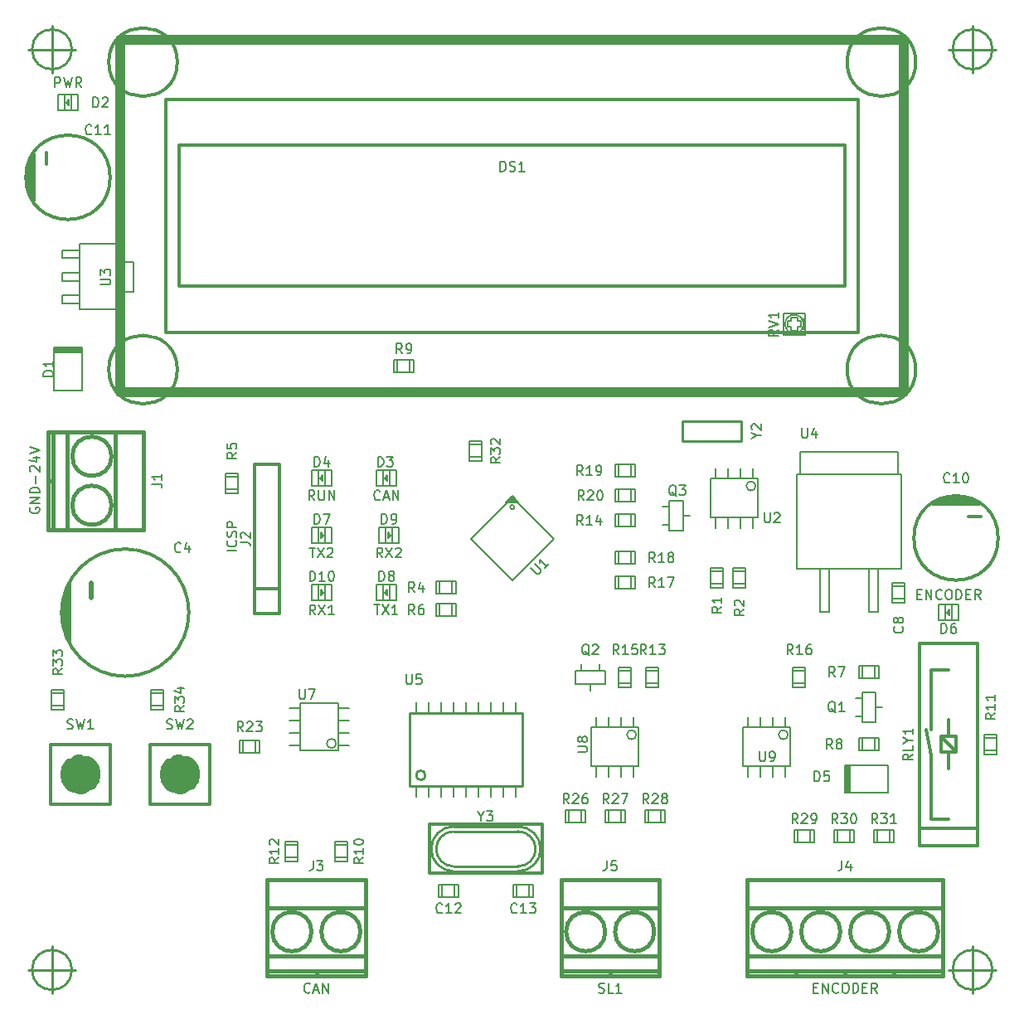
<source format=gbr>
G04 #@! TF.FileFunction,Legend,Top*
%FSLAX46Y46*%
G04 Gerber Fmt 4.6, Leading zero omitted, Abs format (unit mm)*
G04 Created by KiCad (PCBNEW 4.0.6) date 07/24/17 16:42:21*
%MOMM*%
%LPD*%
G01*
G04 APERTURE LIST*
%ADD10C,0.100000*%
%ADD11C,0.254000*%
%ADD12C,0.127000*%
%ADD13C,0.304800*%
%ADD14C,1.000760*%
%ADD15C,0.381000*%
%ADD16C,0.500000*%
%ADD17C,0.300000*%
%ADD18C,0.200660*%
%ADD19C,0.299720*%
%ADD20C,2.540000*%
%ADD21C,0.150000*%
G04 APERTURE END LIST*
D10*
D11*
X71076820Y-90738960D02*
X59479180Y-90738960D01*
X59479180Y-98237040D02*
X71076820Y-98237040D01*
D12*
X70358000Y-90728800D02*
X70358000Y-89636600D01*
X69088000Y-90728800D02*
X69088000Y-89636600D01*
X67818000Y-90728800D02*
X67818000Y-89636600D01*
X60198000Y-99339400D02*
X60198000Y-98247200D01*
D11*
X71076820Y-98237040D02*
X71076820Y-90738960D01*
X59479180Y-90738960D02*
X59479180Y-98237040D01*
D12*
X60198000Y-90728800D02*
X60198000Y-89636600D01*
X61468000Y-90728800D02*
X61468000Y-89636600D01*
X62738000Y-90728800D02*
X62738000Y-89636600D01*
X64008000Y-89636600D02*
X64008000Y-90728800D01*
X65278000Y-89636600D02*
X65278000Y-90728800D01*
X66548000Y-89636600D02*
X66548000Y-90728800D01*
X70358000Y-98247200D02*
X70358000Y-99339400D01*
X69088000Y-98247200D02*
X69088000Y-99339400D01*
X67818000Y-98247200D02*
X67818000Y-99339400D01*
X61468000Y-98247200D02*
X61468000Y-99339400D01*
X62738000Y-99339400D02*
X62738000Y-98247200D01*
X66548000Y-99339400D02*
X66548000Y-98247200D01*
X65278000Y-99339400D02*
X65278000Y-98247200D01*
X64008000Y-99339400D02*
X64008000Y-98247200D01*
D11*
X61135287Y-97134680D02*
G75*
G03X61135287Y-97134680I-472467J0D01*
G01*
D13*
X111200000Y-55700000D02*
G75*
G03X111200000Y-55700000I-3500000J0D01*
G01*
X35800000Y-55700000D02*
G75*
G03X35800000Y-55700000I-3500000J0D01*
G01*
X35800000Y-24300000D02*
G75*
G03X35800000Y-24300000I-3500000J0D01*
G01*
X111200000Y-24300000D02*
G75*
G03X111200000Y-24300000I-3500000J0D01*
G01*
X105350000Y-51900000D02*
X34650000Y-51900000D01*
X34650000Y-51900000D02*
X34650000Y-28100000D01*
X34650000Y-28100000D02*
X105350000Y-28100000D01*
X105350000Y-28100000D02*
X105350000Y-51900000D01*
X104000000Y-47200000D02*
X104000000Y-32800000D01*
X104000000Y-32800000D02*
X36000000Y-32800000D01*
X36000000Y-32800000D02*
X36000000Y-47200000D01*
X36000000Y-47200000D02*
X104000000Y-47200000D01*
D14*
X110000000Y-58000000D02*
X30000000Y-58000000D01*
X30000000Y-58000000D02*
X30000000Y-22000000D01*
X30000000Y-22000000D02*
X110000000Y-22000000D01*
X110000000Y-22000000D02*
X110000000Y-58000000D01*
D11*
X23000000Y-20587000D02*
X23000000Y-25413000D01*
X20587000Y-23000000D02*
X25413000Y-23000000D01*
X25032000Y-23000000D02*
G75*
G03X25032000Y-23000000I-2032000J0D01*
G01*
X23000000Y-114587000D02*
X23000000Y-119413000D01*
X20587000Y-117000000D02*
X25413000Y-117000000D01*
X25032000Y-117000000D02*
G75*
G03X25032000Y-117000000I-2032000J0D01*
G01*
D15*
X109000000Y-117100000D02*
X109000000Y-117600000D01*
X113500000Y-113100000D02*
G75*
G03X113500000Y-113100000I-2000000J0D01*
G01*
X108500000Y-113100000D02*
G75*
G03X108500000Y-113100000I-2000000J0D01*
G01*
X104000000Y-117100000D02*
X104000000Y-117600000D01*
X99000000Y-117100000D02*
X99000000Y-117600000D01*
X103500000Y-113100000D02*
G75*
G03X103500000Y-113100000I-2000000J0D01*
G01*
X98500000Y-113100000D02*
G75*
G03X98500000Y-113100000I-2000000J0D01*
G01*
X94000000Y-115600000D02*
X114000000Y-115600000D01*
X94000000Y-110700000D02*
X114000000Y-110700000D01*
X94000000Y-117100000D02*
X114000000Y-117100000D01*
X94000000Y-117600000D02*
X114000000Y-117600000D01*
X114000000Y-117600000D02*
X114000000Y-107800000D01*
X114000000Y-107800000D02*
X94000000Y-107800000D01*
X94000000Y-107800000D02*
X94000000Y-117600000D01*
D13*
X36980000Y-80518000D02*
G75*
G03X36980000Y-80518000I-6500000J0D01*
G01*
X24780000Y-83618000D02*
X24780000Y-77418000D01*
X24580000Y-78118000D02*
X24580000Y-82918000D01*
X24380000Y-78518000D02*
X24380000Y-82518000D01*
X24180000Y-81918000D02*
X24180000Y-79118000D01*
D16*
X26980000Y-79018000D02*
X26980000Y-77518000D01*
D12*
X110109000Y-79121000D02*
X108839000Y-79121000D01*
X110109000Y-77851000D02*
X108864400Y-77851000D01*
X110109000Y-77470000D02*
X110109000Y-79502000D01*
X110109000Y-79502000D02*
X108839000Y-79502000D01*
X108839000Y-79502000D02*
X108839000Y-77470000D01*
X108839000Y-77470000D02*
X110109000Y-77470000D01*
D13*
X112916000Y-69398000D02*
X117716000Y-69398000D01*
X119616000Y-72898000D02*
G75*
G03X119616000Y-72898000I-4300000J0D01*
G01*
X113516000Y-69198000D02*
X117116000Y-69198000D01*
X113916000Y-68998000D02*
X116716000Y-68998000D01*
X114516000Y-68798000D02*
X116216000Y-68798000D01*
D17*
X116616000Y-70698000D02*
X117816000Y-70698000D01*
D13*
X21138000Y-38468000D02*
X21138000Y-33668000D01*
X28938000Y-36068000D02*
G75*
G03X28938000Y-36068000I-4300000J0D01*
G01*
X20938000Y-37868000D02*
X20938000Y-34268000D01*
X20738000Y-37468000D02*
X20738000Y-34668000D01*
X20538000Y-36868000D02*
X20538000Y-35168000D01*
D17*
X22438000Y-34768000D02*
X22438000Y-33568000D01*
D12*
X62865000Y-109601000D02*
X62865000Y-108331000D01*
X64135000Y-109601000D02*
X64135000Y-108356400D01*
X64516000Y-109601000D02*
X62484000Y-109601000D01*
X62484000Y-109601000D02*
X62484000Y-108331000D01*
X62484000Y-108331000D02*
X64516000Y-108331000D01*
X64516000Y-108331000D02*
X64516000Y-109601000D01*
X71755000Y-108331000D02*
X71755000Y-109601000D01*
X70485000Y-108331000D02*
X70485000Y-109575600D01*
X70104000Y-108331000D02*
X72136000Y-108331000D01*
X72136000Y-108331000D02*
X72136000Y-109601000D01*
X72136000Y-109601000D02*
X70104000Y-109601000D01*
X70104000Y-109601000D02*
X70104000Y-108331000D01*
X26037540Y-53525420D02*
X23238460Y-53525420D01*
X23238460Y-53627020D02*
X26037540Y-53627020D01*
X26037540Y-53726080D02*
X23238460Y-53726080D01*
X23238460Y-53825140D02*
X26037540Y-53825140D01*
X23238460Y-53926740D02*
X26037540Y-53926740D01*
X23238460Y-53426360D02*
X23238460Y-57825640D01*
X23238460Y-57825640D02*
X26037540Y-57825640D01*
X26037540Y-57825640D02*
X26037540Y-53426360D01*
X26037540Y-53426360D02*
X23238460Y-53426360D01*
X24437340Y-28448000D02*
X24737060Y-28747720D01*
X24737060Y-28747720D02*
X24737060Y-28148280D01*
X24737060Y-28148280D02*
X24437340Y-28448000D01*
X24538940Y-28348940D02*
X24538940Y-28547060D01*
X24638000Y-28648660D02*
X24638000Y-28247340D01*
X24338280Y-27647900D02*
X24338280Y-29248100D01*
X24937720Y-29248100D02*
X24937720Y-27647900D01*
X25638760Y-29248100D02*
X23637240Y-29248100D01*
X23637240Y-29248100D02*
X23637240Y-27647900D01*
X23637240Y-27647900D02*
X25638760Y-27647900D01*
X25638760Y-27647900D02*
X25638760Y-29248100D01*
X56949340Y-66802000D02*
X57249060Y-67101720D01*
X57249060Y-67101720D02*
X57249060Y-66502280D01*
X57249060Y-66502280D02*
X56949340Y-66802000D01*
X57050940Y-66702940D02*
X57050940Y-66901060D01*
X57150000Y-67002660D02*
X57150000Y-66601340D01*
X56850280Y-66001900D02*
X56850280Y-67602100D01*
X57449720Y-67602100D02*
X57449720Y-66001900D01*
X58150760Y-67602100D02*
X56149240Y-67602100D01*
X56149240Y-67602100D02*
X56149240Y-66001900D01*
X56149240Y-66001900D02*
X58150760Y-66001900D01*
X58150760Y-66001900D02*
X58150760Y-67602100D01*
X50345340Y-66802000D02*
X50645060Y-67101720D01*
X50645060Y-67101720D02*
X50645060Y-66502280D01*
X50645060Y-66502280D02*
X50345340Y-66802000D01*
X50446940Y-66702940D02*
X50446940Y-66901060D01*
X50546000Y-67002660D02*
X50546000Y-66601340D01*
X50246280Y-66001900D02*
X50246280Y-67602100D01*
X50845720Y-67602100D02*
X50845720Y-66001900D01*
X51546760Y-67602100D02*
X49545240Y-67602100D01*
X49545240Y-67602100D02*
X49545240Y-66001900D01*
X49545240Y-66001900D02*
X51546760Y-66001900D01*
X51546760Y-66001900D02*
X51546760Y-67602100D01*
X104071420Y-96136460D02*
X104071420Y-98935540D01*
X104173020Y-98935540D02*
X104173020Y-96136460D01*
X104272080Y-96136460D02*
X104272080Y-98935540D01*
X104371140Y-98935540D02*
X104371140Y-96136460D01*
X104472740Y-98935540D02*
X104472740Y-96136460D01*
X103972360Y-98935540D02*
X108371640Y-98935540D01*
X108371640Y-98935540D02*
X108371640Y-96136460D01*
X108371640Y-96136460D02*
X103972360Y-96136460D01*
X103972360Y-96136460D02*
X103972360Y-98935540D01*
X114353340Y-80518000D02*
X114653060Y-80817720D01*
X114653060Y-80817720D02*
X114653060Y-80218280D01*
X114653060Y-80218280D02*
X114353340Y-80518000D01*
X114454940Y-80418940D02*
X114454940Y-80617060D01*
X114554000Y-80718660D02*
X114554000Y-80317340D01*
X114254280Y-79717900D02*
X114254280Y-81318100D01*
X114853720Y-81318100D02*
X114853720Y-79717900D01*
X115554760Y-81318100D02*
X113553240Y-81318100D01*
X113553240Y-81318100D02*
X113553240Y-79717900D01*
X113553240Y-79717900D02*
X115554760Y-79717900D01*
X115554760Y-79717900D02*
X115554760Y-81318100D01*
X50746660Y-72644000D02*
X50446940Y-72344280D01*
X50446940Y-72344280D02*
X50446940Y-72943720D01*
X50446940Y-72943720D02*
X50746660Y-72644000D01*
X50645060Y-72743060D02*
X50645060Y-72544940D01*
X50546000Y-72443340D02*
X50546000Y-72844660D01*
X50845720Y-73444100D02*
X50845720Y-71843900D01*
X50246280Y-71843900D02*
X50246280Y-73444100D01*
X49545240Y-71843900D02*
X51546760Y-71843900D01*
X51546760Y-71843900D02*
X51546760Y-73444100D01*
X51546760Y-73444100D02*
X49545240Y-73444100D01*
X49545240Y-73444100D02*
X49545240Y-71843900D01*
X56949340Y-78486000D02*
X57249060Y-78785720D01*
X57249060Y-78785720D02*
X57249060Y-78186280D01*
X57249060Y-78186280D02*
X56949340Y-78486000D01*
X57050940Y-78386940D02*
X57050940Y-78585060D01*
X57150000Y-78686660D02*
X57150000Y-78285340D01*
X56850280Y-77685900D02*
X56850280Y-79286100D01*
X57449720Y-79286100D02*
X57449720Y-77685900D01*
X58150760Y-79286100D02*
X56149240Y-79286100D01*
X56149240Y-79286100D02*
X56149240Y-77685900D01*
X56149240Y-77685900D02*
X58150760Y-77685900D01*
X58150760Y-77685900D02*
X58150760Y-79286100D01*
X57604660Y-72644000D02*
X57304940Y-72344280D01*
X57304940Y-72344280D02*
X57304940Y-72943720D01*
X57304940Y-72943720D02*
X57604660Y-72644000D01*
X57503060Y-72743060D02*
X57503060Y-72544940D01*
X57404000Y-72443340D02*
X57404000Y-72844660D01*
X57703720Y-73444100D02*
X57703720Y-71843900D01*
X57104280Y-71843900D02*
X57104280Y-73444100D01*
X56403240Y-71843900D02*
X58404760Y-71843900D01*
X58404760Y-71843900D02*
X58404760Y-73444100D01*
X58404760Y-73444100D02*
X56403240Y-73444100D01*
X56403240Y-73444100D02*
X56403240Y-71843900D01*
X50746660Y-78486000D02*
X50446940Y-78186280D01*
X50446940Y-78186280D02*
X50446940Y-78785720D01*
X50446940Y-78785720D02*
X50746660Y-78486000D01*
X50645060Y-78585060D02*
X50645060Y-78386940D01*
X50546000Y-78285340D02*
X50546000Y-78686660D01*
X50845720Y-79286100D02*
X50845720Y-77685900D01*
X50246280Y-77685900D02*
X50246280Y-79286100D01*
X49545240Y-77685900D02*
X51546760Y-77685900D01*
X51546760Y-77685900D02*
X51546760Y-79286100D01*
X51546760Y-79286100D02*
X49545240Y-79286100D01*
X49545240Y-79286100D02*
X49545240Y-77685900D01*
D15*
X23078000Y-67056000D02*
X22578000Y-67056000D01*
X29078000Y-69556000D02*
G75*
G03X29078000Y-69556000I-2000000J0D01*
G01*
X29078000Y-64556000D02*
G75*
G03X29078000Y-64556000I-2000000J0D01*
G01*
X24578000Y-62056000D02*
X24578000Y-72056000D01*
X29478000Y-62056000D02*
X29478000Y-72056000D01*
X23078000Y-62056000D02*
X23078000Y-72056000D01*
X22578000Y-62056000D02*
X22578000Y-72056000D01*
X22578000Y-72056000D02*
X32378000Y-72056000D01*
X32378000Y-72056000D02*
X32378000Y-62056000D01*
X32378000Y-62056000D02*
X22578000Y-62056000D01*
D13*
X43688000Y-78080000D02*
X46228000Y-78080000D01*
X46228000Y-80620000D02*
X43688000Y-80620000D01*
X43688000Y-80620000D02*
X43688000Y-65380000D01*
X43688000Y-65380000D02*
X46228000Y-65380000D01*
X46228000Y-65380000D02*
X46228000Y-80620000D01*
D15*
X50000000Y-117100000D02*
X50000000Y-117600000D01*
X54500000Y-113100000D02*
G75*
G03X54500000Y-113100000I-2000000J0D01*
G01*
X49500000Y-113100000D02*
G75*
G03X49500000Y-113100000I-2000000J0D01*
G01*
X45000000Y-115600000D02*
X55000000Y-115600000D01*
X45000000Y-110700000D02*
X55000000Y-110700000D01*
X45000000Y-117100000D02*
X55000000Y-117100000D01*
X45000000Y-117600000D02*
X55000000Y-117600000D01*
X55000000Y-117600000D02*
X55000000Y-107800000D01*
X55000000Y-107800000D02*
X45000000Y-107800000D01*
X45000000Y-107800000D02*
X45000000Y-117600000D01*
D12*
X105727500Y-91122500D02*
X105067100Y-91122500D01*
X105727500Y-89217500D02*
X105067100Y-89217500D01*
X107124500Y-90170000D02*
X107784900Y-90170000D01*
X107124500Y-88671400D02*
X107124500Y-91668600D01*
X107124500Y-91668600D02*
X105727500Y-91668600D01*
X105727500Y-91668600D02*
X105727500Y-88671400D01*
X105727500Y-88671400D02*
X107124500Y-88671400D01*
X77025500Y-86423500D02*
X77025500Y-85763100D01*
X78930500Y-86423500D02*
X78930500Y-85763100D01*
X77978000Y-87820500D02*
X77978000Y-88480900D01*
X79476600Y-87820500D02*
X76479400Y-87820500D01*
X76479400Y-87820500D02*
X76479400Y-86423500D01*
X76479400Y-86423500D02*
X79476600Y-86423500D01*
X79476600Y-86423500D02*
X79476600Y-87820500D01*
X86042500Y-71564500D02*
X85382100Y-71564500D01*
X86042500Y-69659500D02*
X85382100Y-69659500D01*
X87439500Y-70612000D02*
X88099900Y-70612000D01*
X87439500Y-69113400D02*
X87439500Y-72110600D01*
X87439500Y-72110600D02*
X86042500Y-72110600D01*
X86042500Y-72110600D02*
X86042500Y-69113400D01*
X86042500Y-69113400D02*
X87439500Y-69113400D01*
X90297000Y-76327000D02*
X91567000Y-76327000D01*
X90297000Y-77597000D02*
X91541600Y-77597000D01*
X90297000Y-77978000D02*
X90297000Y-75946000D01*
X90297000Y-75946000D02*
X91567000Y-75946000D01*
X91567000Y-75946000D02*
X91567000Y-77978000D01*
X91567000Y-77978000D02*
X90297000Y-77978000D01*
X92583000Y-76327000D02*
X93853000Y-76327000D01*
X92583000Y-77597000D02*
X93827600Y-77597000D01*
X92583000Y-77978000D02*
X92583000Y-75946000D01*
X92583000Y-75946000D02*
X93853000Y-75946000D01*
X93853000Y-75946000D02*
X93853000Y-77978000D01*
X93853000Y-77978000D02*
X92583000Y-77978000D01*
X62611000Y-78613000D02*
X62611000Y-77343000D01*
X63881000Y-78613000D02*
X63881000Y-77368400D01*
X64262000Y-78613000D02*
X62230000Y-78613000D01*
X62230000Y-78613000D02*
X62230000Y-77343000D01*
X62230000Y-77343000D02*
X64262000Y-77343000D01*
X64262000Y-77343000D02*
X64262000Y-78613000D01*
X42037000Y-67945000D02*
X40767000Y-67945000D01*
X42037000Y-66675000D02*
X40792400Y-66675000D01*
X42037000Y-66294000D02*
X42037000Y-68326000D01*
X42037000Y-68326000D02*
X40767000Y-68326000D01*
X40767000Y-68326000D02*
X40767000Y-66294000D01*
X40767000Y-66294000D02*
X42037000Y-66294000D01*
X62611000Y-80899000D02*
X62611000Y-79629000D01*
X63881000Y-80899000D02*
X63881000Y-79654400D01*
X64262000Y-80899000D02*
X62230000Y-80899000D01*
X62230000Y-80899000D02*
X62230000Y-79629000D01*
X62230000Y-79629000D02*
X64262000Y-79629000D01*
X64262000Y-79629000D02*
X64262000Y-80899000D01*
X107061000Y-85979000D02*
X107061000Y-87249000D01*
X105791000Y-85979000D02*
X105791000Y-87223600D01*
X105410000Y-85979000D02*
X107442000Y-85979000D01*
X107442000Y-85979000D02*
X107442000Y-87249000D01*
X107442000Y-87249000D02*
X105410000Y-87249000D01*
X105410000Y-87249000D02*
X105410000Y-85979000D01*
X107061000Y-93345000D02*
X107061000Y-94615000D01*
X105791000Y-93345000D02*
X105791000Y-94589600D01*
X105410000Y-93345000D02*
X107442000Y-93345000D01*
X107442000Y-93345000D02*
X107442000Y-94615000D01*
X107442000Y-94615000D02*
X105410000Y-94615000D01*
X105410000Y-94615000D02*
X105410000Y-93345000D01*
X59563000Y-54737000D02*
X59563000Y-56007000D01*
X58293000Y-54737000D02*
X58293000Y-55981600D01*
X57912000Y-54737000D02*
X59944000Y-54737000D01*
X59944000Y-54737000D02*
X59944000Y-56007000D01*
X59944000Y-56007000D02*
X57912000Y-56007000D01*
X57912000Y-56007000D02*
X57912000Y-54737000D01*
X51943000Y-104267000D02*
X53213000Y-104267000D01*
X51943000Y-105537000D02*
X53187600Y-105537000D01*
X51943000Y-105918000D02*
X51943000Y-103886000D01*
X51943000Y-103886000D02*
X53213000Y-103886000D01*
X53213000Y-103886000D02*
X53213000Y-105918000D01*
X53213000Y-105918000D02*
X51943000Y-105918000D01*
X118237000Y-93345000D02*
X119507000Y-93345000D01*
X118237000Y-94615000D02*
X119481600Y-94615000D01*
X118237000Y-94996000D02*
X118237000Y-92964000D01*
X118237000Y-92964000D02*
X119507000Y-92964000D01*
X119507000Y-92964000D02*
X119507000Y-94996000D01*
X119507000Y-94996000D02*
X118237000Y-94996000D01*
X46863000Y-104267000D02*
X48133000Y-104267000D01*
X46863000Y-105537000D02*
X48107600Y-105537000D01*
X46863000Y-105918000D02*
X46863000Y-103886000D01*
X46863000Y-103886000D02*
X48133000Y-103886000D01*
X48133000Y-103886000D02*
X48133000Y-105918000D01*
X48133000Y-105918000D02*
X46863000Y-105918000D01*
X83693000Y-86487000D02*
X84963000Y-86487000D01*
X83693000Y-87757000D02*
X84937600Y-87757000D01*
X83693000Y-88138000D02*
X83693000Y-86106000D01*
X83693000Y-86106000D02*
X84963000Y-86106000D01*
X84963000Y-86106000D02*
X84963000Y-88138000D01*
X84963000Y-88138000D02*
X83693000Y-88138000D01*
X82169000Y-70485000D02*
X82169000Y-71755000D01*
X80899000Y-70485000D02*
X80899000Y-71729600D01*
X80518000Y-70485000D02*
X82550000Y-70485000D01*
X82550000Y-70485000D02*
X82550000Y-71755000D01*
X82550000Y-71755000D02*
X80518000Y-71755000D01*
X80518000Y-71755000D02*
X80518000Y-70485000D01*
X82169000Y-87757000D02*
X80899000Y-87757000D01*
X82169000Y-86487000D02*
X80924400Y-86487000D01*
X82169000Y-86106000D02*
X82169000Y-88138000D01*
X82169000Y-88138000D02*
X80899000Y-88138000D01*
X80899000Y-88138000D02*
X80899000Y-86106000D01*
X80899000Y-86106000D02*
X82169000Y-86106000D01*
X99949000Y-87757000D02*
X98679000Y-87757000D01*
X99949000Y-86487000D02*
X98704400Y-86487000D01*
X99949000Y-86106000D02*
X99949000Y-88138000D01*
X99949000Y-88138000D02*
X98679000Y-88138000D01*
X98679000Y-88138000D02*
X98679000Y-86106000D01*
X98679000Y-86106000D02*
X99949000Y-86106000D01*
X80899000Y-78105000D02*
X80899000Y-76835000D01*
X82169000Y-78105000D02*
X82169000Y-76860400D01*
X82550000Y-78105000D02*
X80518000Y-78105000D01*
X80518000Y-78105000D02*
X80518000Y-76835000D01*
X80518000Y-76835000D02*
X82550000Y-76835000D01*
X82550000Y-76835000D02*
X82550000Y-78105000D01*
X82169000Y-74295000D02*
X82169000Y-75565000D01*
X80899000Y-74295000D02*
X80899000Y-75539600D01*
X80518000Y-74295000D02*
X82550000Y-74295000D01*
X82550000Y-74295000D02*
X82550000Y-75565000D01*
X82550000Y-75565000D02*
X80518000Y-75565000D01*
X80518000Y-75565000D02*
X80518000Y-74295000D01*
X80899000Y-66675000D02*
X80899000Y-65405000D01*
X82169000Y-66675000D02*
X82169000Y-65430400D01*
X82550000Y-66675000D02*
X80518000Y-66675000D01*
X80518000Y-66675000D02*
X80518000Y-65405000D01*
X80518000Y-65405000D02*
X82550000Y-65405000D01*
X82550000Y-65405000D02*
X82550000Y-66675000D01*
X82169000Y-67945000D02*
X82169000Y-69215000D01*
X80899000Y-67945000D02*
X80899000Y-69189600D01*
X80518000Y-67945000D02*
X82550000Y-67945000D01*
X82550000Y-67945000D02*
X82550000Y-69215000D01*
X82550000Y-69215000D02*
X80518000Y-69215000D01*
X80518000Y-69215000D02*
X80518000Y-67945000D01*
X42545000Y-94869000D02*
X42545000Y-93599000D01*
X43815000Y-94869000D02*
X43815000Y-93624400D01*
X44196000Y-94869000D02*
X42164000Y-94869000D01*
X42164000Y-94869000D02*
X42164000Y-93599000D01*
X42164000Y-93599000D02*
X44196000Y-93599000D01*
X44196000Y-93599000D02*
X44196000Y-94869000D01*
X77089000Y-100711000D02*
X77089000Y-101981000D01*
X75819000Y-100711000D02*
X75819000Y-101955600D01*
X75438000Y-100711000D02*
X77470000Y-100711000D01*
X77470000Y-100711000D02*
X77470000Y-101981000D01*
X77470000Y-101981000D02*
X75438000Y-101981000D01*
X75438000Y-101981000D02*
X75438000Y-100711000D01*
X81153000Y-100711000D02*
X81153000Y-101981000D01*
X79883000Y-100711000D02*
X79883000Y-101955600D01*
X79502000Y-100711000D02*
X81534000Y-100711000D01*
X81534000Y-100711000D02*
X81534000Y-101981000D01*
X81534000Y-101981000D02*
X79502000Y-101981000D01*
X79502000Y-101981000D02*
X79502000Y-100711000D01*
X85217000Y-100711000D02*
X85217000Y-101981000D01*
X83947000Y-100711000D02*
X83947000Y-101955600D01*
X83566000Y-100711000D02*
X85598000Y-100711000D01*
X85598000Y-100711000D02*
X85598000Y-101981000D01*
X85598000Y-101981000D02*
X83566000Y-101981000D01*
X83566000Y-101981000D02*
X83566000Y-100711000D01*
X100457000Y-102743000D02*
X100457000Y-104013000D01*
X99187000Y-102743000D02*
X99187000Y-103987600D01*
X98806000Y-102743000D02*
X100838000Y-102743000D01*
X100838000Y-102743000D02*
X100838000Y-104013000D01*
X100838000Y-104013000D02*
X98806000Y-104013000D01*
X98806000Y-104013000D02*
X98806000Y-102743000D01*
X104521000Y-102743000D02*
X104521000Y-104013000D01*
X103251000Y-102743000D02*
X103251000Y-103987600D01*
X102870000Y-102743000D02*
X104902000Y-102743000D01*
X104902000Y-102743000D02*
X104902000Y-104013000D01*
X104902000Y-104013000D02*
X102870000Y-104013000D01*
X102870000Y-104013000D02*
X102870000Y-102743000D01*
X108585000Y-102743000D02*
X108585000Y-104013000D01*
X107315000Y-102743000D02*
X107315000Y-103987600D01*
X106934000Y-102743000D02*
X108966000Y-102743000D01*
X108966000Y-102743000D02*
X108966000Y-104013000D01*
X108966000Y-104013000D02*
X106934000Y-104013000D01*
X106934000Y-104013000D02*
X106934000Y-102743000D01*
D13*
X111554000Y-102580000D02*
X117554000Y-102580000D01*
X114554000Y-93180000D02*
X114554000Y-91480000D01*
X114554000Y-96480000D02*
X114554000Y-94780000D01*
X115354000Y-94780000D02*
X113754000Y-93180000D01*
X113754000Y-94780000D02*
X113754000Y-93180000D01*
X113754000Y-93180000D02*
X115354000Y-93180000D01*
X115354000Y-94780000D02*
X115354000Y-93180000D01*
X115354000Y-94780000D02*
X113754000Y-94780000D01*
X112754000Y-92480000D02*
X112754000Y-86380000D01*
X112754000Y-86380000D02*
X114554000Y-86380000D01*
X112754000Y-101580000D02*
X114554000Y-101580000D01*
X112754000Y-101580000D02*
X112754000Y-95080000D01*
X112754000Y-95080000D02*
X112254000Y-92480000D01*
X111554000Y-83680000D02*
X117554000Y-83680000D01*
X111554000Y-104280000D02*
X117554000Y-104280000D01*
X117554000Y-104280000D02*
X117554000Y-83680000D01*
X111554000Y-104280000D02*
X111554000Y-83680000D01*
D12*
X99806760Y-50553620D02*
X99606100Y-50553620D01*
X99705160Y-51554380D02*
X99705160Y-50553620D01*
X99806760Y-50553620D02*
X99806760Y-51554380D01*
X99806760Y-51554380D02*
X99606100Y-51554380D01*
X98506280Y-51755040D02*
X99105720Y-51755040D01*
X99105720Y-51755040D02*
X99105720Y-51353720D01*
X99105720Y-51353720D02*
X99507040Y-51353720D01*
X99507040Y-51353720D02*
X99507040Y-50754280D01*
X99507040Y-50754280D02*
X99105720Y-50754280D01*
X99105720Y-50754280D02*
X99105720Y-50352960D01*
X99105720Y-50352960D02*
X98506280Y-50352960D01*
X98506280Y-50352960D02*
X98506280Y-50754280D01*
X98506280Y-50754280D02*
X98104960Y-50754280D01*
X98104960Y-50754280D02*
X98104960Y-51254660D01*
X98104960Y-51254660D02*
X98104960Y-51353720D01*
X98104960Y-51353720D02*
X98506280Y-51353720D01*
X98506280Y-51353720D02*
X98506280Y-51755040D01*
X99749684Y-51054000D02*
G75*
G03X99749684Y-51054000I-943684J0D01*
G01*
X97706180Y-52153820D02*
X97706180Y-49954180D01*
X97706180Y-49954180D02*
X99905820Y-49954180D01*
X99905820Y-49954180D02*
X99905820Y-52153820D01*
X99905820Y-52153820D02*
X97706180Y-52153820D01*
X70635802Y-69253437D02*
X69364198Y-69253437D01*
X69364198Y-69253437D02*
X70000000Y-68617635D01*
X70000000Y-68617635D02*
X70635802Y-69253437D01*
X69576132Y-69181595D02*
X70423868Y-69181595D01*
X70423868Y-69181595D02*
X70353822Y-69111549D01*
X70353822Y-69111549D02*
X69646178Y-69111549D01*
X69646178Y-69111549D02*
X69718020Y-69039707D01*
X69718020Y-69039707D02*
X70281980Y-69039707D01*
X70281980Y-69039707D02*
X70211934Y-68969661D01*
X70211934Y-68969661D02*
X69788066Y-68969661D01*
X69788066Y-68969661D02*
X69858112Y-68899615D01*
X69858112Y-68899615D02*
X70141888Y-68899615D01*
X74242273Y-73000000D02*
X70000000Y-77242273D01*
X70000000Y-77242273D02*
X65757727Y-73000000D01*
X65757727Y-73000000D02*
X70000000Y-68757727D01*
X70000000Y-68757727D02*
X74242273Y-73000000D01*
D18*
X70224448Y-69747351D02*
G75*
G03X70224448Y-69747351I-222652J0D01*
G01*
D12*
X95123000Y-70815200D02*
X95123000Y-66852800D01*
X95123000Y-66852800D02*
X90297000Y-66852800D01*
X90297000Y-66852800D02*
X90297000Y-70815200D01*
X90297000Y-70815200D02*
X95123000Y-70815200D01*
X94615000Y-70815200D02*
X94615000Y-71907400D01*
X93345000Y-70815200D02*
X93345000Y-71907400D01*
X92075000Y-70815200D02*
X92075000Y-71907400D01*
X90805000Y-71907400D02*
X90805000Y-70815200D01*
X90805000Y-66852800D02*
X90805000Y-65760600D01*
X92075000Y-65760600D02*
X92075000Y-66852800D01*
X93345000Y-65760600D02*
X93345000Y-66852800D01*
X94615000Y-65760600D02*
X94615000Y-66852800D01*
X94858867Y-67589400D02*
G75*
G03X94858867Y-67589400I-472467J0D01*
G01*
X31330900Y-44678600D02*
X31330900Y-47777400D01*
X31330900Y-47777400D02*
X29540200Y-47777400D01*
X31330900Y-44678600D02*
X29540200Y-44678600D01*
X24041100Y-48120300D02*
X24041100Y-48933100D01*
X24041100Y-48933100D02*
X25831800Y-48933100D01*
X24041100Y-48120300D02*
X25831800Y-48120300D01*
X24041100Y-45821600D02*
X25831800Y-45821600D01*
X24041100Y-46634400D02*
X25831800Y-46634400D01*
X24041100Y-45821600D02*
X24041100Y-46634400D01*
X24041100Y-43522900D02*
X24041100Y-44335700D01*
X24041100Y-44335700D02*
X25831800Y-44335700D01*
X24041100Y-43522900D02*
X25831800Y-43522900D01*
X25831800Y-49580800D02*
X25831800Y-42875200D01*
X25831800Y-42875200D02*
X29540200Y-42875200D01*
X29540200Y-42875200D02*
X29540200Y-49580800D01*
X29540200Y-49580800D02*
X25831800Y-49580800D01*
X99390200Y-66433700D02*
X99390200Y-64071500D01*
X99390200Y-64071500D02*
X109397800Y-64071500D01*
X109397800Y-64071500D02*
X109397800Y-66433700D01*
X107391200Y-80416400D02*
X107391200Y-76085700D01*
X106387900Y-80416400D02*
X107391200Y-80416400D01*
X106387900Y-76085700D02*
X106387900Y-80416400D01*
X101396800Y-76085700D02*
X101396800Y-80416400D01*
X101396800Y-80416400D02*
X102400100Y-80416400D01*
X102400100Y-80416400D02*
X102400100Y-76085700D01*
X99047300Y-66433700D02*
X109740700Y-66433700D01*
X109740700Y-66433700D02*
X109740700Y-76085700D01*
X109740700Y-76085700D02*
X99047300Y-76085700D01*
X99047300Y-76085700D02*
X99047300Y-66433700D01*
X48310800Y-94615000D02*
X52273200Y-94615000D01*
X52273200Y-94615000D02*
X52273200Y-89789000D01*
X52273200Y-89789000D02*
X48310800Y-89789000D01*
X48310800Y-89789000D02*
X48310800Y-94615000D01*
X48310800Y-94107000D02*
X47218600Y-94107000D01*
X48310800Y-92837000D02*
X47218600Y-92837000D01*
X48310800Y-91567000D02*
X47218600Y-91567000D01*
X47218600Y-90297000D02*
X48310800Y-90297000D01*
X52273200Y-90297000D02*
X53365400Y-90297000D01*
X53365400Y-91567000D02*
X52273200Y-91567000D01*
X53365400Y-92837000D02*
X52273200Y-92837000D01*
X53365400Y-94107000D02*
X52273200Y-94107000D01*
X52009067Y-93878400D02*
G75*
G03X52009067Y-93878400I-472467J0D01*
G01*
X82931000Y-96215200D02*
X82931000Y-92252800D01*
X82931000Y-92252800D02*
X78105000Y-92252800D01*
X78105000Y-92252800D02*
X78105000Y-96215200D01*
X78105000Y-96215200D02*
X82931000Y-96215200D01*
X82423000Y-96215200D02*
X82423000Y-97307400D01*
X81153000Y-96215200D02*
X81153000Y-97307400D01*
X79883000Y-96215200D02*
X79883000Y-97307400D01*
X78613000Y-97307400D02*
X78613000Y-96215200D01*
X78613000Y-92252800D02*
X78613000Y-91160600D01*
X79883000Y-91160600D02*
X79883000Y-92252800D01*
X81153000Y-91160600D02*
X81153000Y-92252800D01*
X82423000Y-91160600D02*
X82423000Y-92252800D01*
X82666867Y-92989400D02*
G75*
G03X82666867Y-92989400I-472467J0D01*
G01*
X98425000Y-96215200D02*
X98425000Y-92252800D01*
X98425000Y-92252800D02*
X93599000Y-92252800D01*
X93599000Y-92252800D02*
X93599000Y-96215200D01*
X93599000Y-96215200D02*
X98425000Y-96215200D01*
X97917000Y-96215200D02*
X97917000Y-97307400D01*
X96647000Y-96215200D02*
X96647000Y-97307400D01*
X95377000Y-96215200D02*
X95377000Y-97307400D01*
X94107000Y-97307400D02*
X94107000Y-96215200D01*
X94107000Y-92252800D02*
X94107000Y-91160600D01*
X95377000Y-91160600D02*
X95377000Y-92252800D01*
X96647000Y-91160600D02*
X96647000Y-92252800D01*
X97917000Y-91160600D02*
X97917000Y-92252800D01*
X98160867Y-92989400D02*
G75*
G03X98160867Y-92989400I-472467J0D01*
G01*
D11*
X93378000Y-60976000D02*
X87378000Y-60976000D01*
X93378000Y-60976000D02*
X93378000Y-62976000D01*
X93378000Y-62976000D02*
X87378000Y-62976000D01*
X87378000Y-60976000D02*
X87378000Y-62976000D01*
D19*
X61511180Y-102148640D02*
X61511180Y-107147360D01*
X61511180Y-107147360D02*
X73108820Y-107147360D01*
X73108820Y-107147360D02*
X73108820Y-102148640D01*
X73108820Y-102148640D02*
X61511180Y-102148640D01*
D11*
X72898000Y-104648000D02*
G75*
G03X70612000Y-102362000I-2286000J0D01*
G01*
X64008000Y-106426000D02*
X70612000Y-106426000D01*
X70612000Y-102870000D02*
X64008000Y-102870000D01*
X70612000Y-106426000D02*
G75*
G03X72390000Y-104648000I0J1778000D01*
G01*
X72390000Y-104648000D02*
G75*
G03X70612000Y-102870000I-1778000J0D01*
G01*
X62230000Y-104648000D02*
G75*
G03X64008000Y-106426000I1778000J0D01*
G01*
X64008000Y-102870000D02*
G75*
G03X62230000Y-104648000I0J-1778000D01*
G01*
X70612000Y-106934000D02*
G75*
G03X72898000Y-104648000I0J2286000D01*
G01*
X70612000Y-106934000D02*
X64008000Y-106934000D01*
X64008000Y-102362000D02*
X70612000Y-102362000D01*
X61722000Y-104648000D02*
G75*
G03X64008000Y-106934000I2286000J0D01*
G01*
X64008000Y-102362000D02*
G75*
G03X61722000Y-104648000I0J-2286000D01*
G01*
D15*
X80000000Y-117100000D02*
X80000000Y-117600000D01*
X84500000Y-113100000D02*
G75*
G03X84500000Y-113100000I-2000000J0D01*
G01*
X79500000Y-113100000D02*
G75*
G03X79500000Y-113100000I-2000000J0D01*
G01*
X75000000Y-115600000D02*
X85000000Y-115600000D01*
X75000000Y-110700000D02*
X85000000Y-110700000D01*
X75000000Y-117100000D02*
X85000000Y-117100000D01*
X75000000Y-117600000D02*
X85000000Y-117600000D01*
X85000000Y-117600000D02*
X85000000Y-107800000D01*
X85000000Y-107800000D02*
X75000000Y-107800000D01*
X75000000Y-107800000D02*
X75000000Y-117600000D01*
D12*
X66929000Y-64643000D02*
X65659000Y-64643000D01*
X66929000Y-63373000D02*
X65684400Y-63373000D01*
X66929000Y-62992000D02*
X66929000Y-65024000D01*
X66929000Y-65024000D02*
X65659000Y-65024000D01*
X65659000Y-65024000D02*
X65659000Y-62992000D01*
X65659000Y-62992000D02*
X66929000Y-62992000D01*
X22987000Y-88773000D02*
X24257000Y-88773000D01*
X22987000Y-90043000D02*
X24231600Y-90043000D01*
X22987000Y-90424000D02*
X22987000Y-88392000D01*
X22987000Y-88392000D02*
X24257000Y-88392000D01*
X24257000Y-88392000D02*
X24257000Y-90424000D01*
X24257000Y-90424000D02*
X22987000Y-90424000D01*
X33147000Y-88773000D02*
X34417000Y-88773000D01*
X33147000Y-90043000D02*
X34391600Y-90043000D01*
X33147000Y-90424000D02*
X33147000Y-88392000D01*
X33147000Y-88392000D02*
X34417000Y-88392000D01*
X34417000Y-88392000D02*
X34417000Y-90424000D01*
X34417000Y-90424000D02*
X33147000Y-90424000D01*
D13*
X22860000Y-93980000D02*
X28956000Y-93980000D01*
X28956000Y-93980000D02*
X28956000Y-100076000D01*
X28956000Y-100076000D02*
X22860000Y-100076000D01*
X22860000Y-100076000D02*
X22860000Y-93980000D01*
D20*
X26711219Y-97028000D02*
G75*
G03X26711219Y-97028000I-803219J0D01*
G01*
D13*
X33020000Y-93980000D02*
X39116000Y-93980000D01*
X39116000Y-93980000D02*
X39116000Y-100076000D01*
X39116000Y-100076000D02*
X33020000Y-100076000D01*
X33020000Y-100076000D02*
X33020000Y-93980000D01*
D20*
X36871219Y-97028000D02*
G75*
G03X36871219Y-97028000I-803219J0D01*
G01*
D11*
X117000000Y-20587000D02*
X117000000Y-25413000D01*
X114587000Y-23000000D02*
X119413000Y-23000000D01*
X119032000Y-23000000D02*
G75*
G03X119032000Y-23000000I-2032000J0D01*
G01*
X117000000Y-114587000D02*
X117000000Y-119413000D01*
X114587000Y-117000000D02*
X119413000Y-117000000D01*
X119032000Y-117000000D02*
G75*
G03X119032000Y-117000000I-2032000J0D01*
G01*
D21*
X59182095Y-86828381D02*
X59182095Y-87637905D01*
X59229714Y-87733143D01*
X59277333Y-87780762D01*
X59372571Y-87828381D01*
X59563048Y-87828381D01*
X59658286Y-87780762D01*
X59705905Y-87733143D01*
X59753524Y-87637905D01*
X59753524Y-86828381D01*
X60705905Y-86828381D02*
X60229714Y-86828381D01*
X60182095Y-87304571D01*
X60229714Y-87256952D01*
X60324952Y-87209333D01*
X60563048Y-87209333D01*
X60658286Y-87256952D01*
X60705905Y-87304571D01*
X60753524Y-87399810D01*
X60753524Y-87637905D01*
X60705905Y-87733143D01*
X60658286Y-87780762D01*
X60563048Y-87828381D01*
X60324952Y-87828381D01*
X60229714Y-87780762D01*
X60182095Y-87733143D01*
X68785714Y-35451121D02*
X68785714Y-34451121D01*
X69023809Y-34451121D01*
X69166667Y-34498740D01*
X69261905Y-34593978D01*
X69309524Y-34689216D01*
X69357143Y-34879692D01*
X69357143Y-35022550D01*
X69309524Y-35213026D01*
X69261905Y-35308264D01*
X69166667Y-35403502D01*
X69023809Y-35451121D01*
X68785714Y-35451121D01*
X69738095Y-35403502D02*
X69880952Y-35451121D01*
X70119048Y-35451121D01*
X70214286Y-35403502D01*
X70261905Y-35355883D01*
X70309524Y-35260645D01*
X70309524Y-35165407D01*
X70261905Y-35070169D01*
X70214286Y-35022550D01*
X70119048Y-34974930D01*
X69928571Y-34927311D01*
X69833333Y-34879692D01*
X69785714Y-34832073D01*
X69738095Y-34736835D01*
X69738095Y-34641597D01*
X69785714Y-34546359D01*
X69833333Y-34498740D01*
X69928571Y-34451121D01*
X70166667Y-34451121D01*
X70309524Y-34498740D01*
X71261905Y-35451121D02*
X70690476Y-35451121D01*
X70976190Y-35451121D02*
X70976190Y-34451121D01*
X70880952Y-34593978D01*
X70785714Y-34689216D01*
X70690476Y-34736835D01*
X103666667Y-105852381D02*
X103666667Y-106566667D01*
X103619047Y-106709524D01*
X103523809Y-106804762D01*
X103380952Y-106852381D01*
X103285714Y-106852381D01*
X104571429Y-106185714D02*
X104571429Y-106852381D01*
X104333333Y-105804762D02*
X104095238Y-106519048D01*
X104714286Y-106519048D01*
X100785714Y-118828571D02*
X101119048Y-118828571D01*
X101261905Y-119352381D02*
X100785714Y-119352381D01*
X100785714Y-118352381D01*
X101261905Y-118352381D01*
X101690476Y-119352381D02*
X101690476Y-118352381D01*
X102261905Y-119352381D01*
X102261905Y-118352381D01*
X103309524Y-119257143D02*
X103261905Y-119304762D01*
X103119048Y-119352381D01*
X103023810Y-119352381D01*
X102880952Y-119304762D01*
X102785714Y-119209524D01*
X102738095Y-119114286D01*
X102690476Y-118923810D01*
X102690476Y-118780952D01*
X102738095Y-118590476D01*
X102785714Y-118495238D01*
X102880952Y-118400000D01*
X103023810Y-118352381D01*
X103119048Y-118352381D01*
X103261905Y-118400000D01*
X103309524Y-118447619D01*
X103928571Y-118352381D02*
X104119048Y-118352381D01*
X104214286Y-118400000D01*
X104309524Y-118495238D01*
X104357143Y-118685714D01*
X104357143Y-119019048D01*
X104309524Y-119209524D01*
X104214286Y-119304762D01*
X104119048Y-119352381D01*
X103928571Y-119352381D01*
X103833333Y-119304762D01*
X103738095Y-119209524D01*
X103690476Y-119019048D01*
X103690476Y-118685714D01*
X103738095Y-118495238D01*
X103833333Y-118400000D01*
X103928571Y-118352381D01*
X104785714Y-119352381D02*
X104785714Y-118352381D01*
X105023809Y-118352381D01*
X105166667Y-118400000D01*
X105261905Y-118495238D01*
X105309524Y-118590476D01*
X105357143Y-118780952D01*
X105357143Y-118923810D01*
X105309524Y-119114286D01*
X105261905Y-119209524D01*
X105166667Y-119304762D01*
X105023809Y-119352381D01*
X104785714Y-119352381D01*
X105785714Y-118828571D02*
X106119048Y-118828571D01*
X106261905Y-119352381D02*
X105785714Y-119352381D01*
X105785714Y-118352381D01*
X106261905Y-118352381D01*
X107261905Y-119352381D02*
X106928571Y-118876190D01*
X106690476Y-119352381D02*
X106690476Y-118352381D01*
X107071429Y-118352381D01*
X107166667Y-118400000D01*
X107214286Y-118447619D01*
X107261905Y-118542857D01*
X107261905Y-118685714D01*
X107214286Y-118780952D01*
X107166667Y-118828571D01*
X107071429Y-118876190D01*
X106690476Y-118876190D01*
X36155334Y-74271143D02*
X36107715Y-74318762D01*
X35964858Y-74366381D01*
X35869620Y-74366381D01*
X35726762Y-74318762D01*
X35631524Y-74223524D01*
X35583905Y-74128286D01*
X35536286Y-73937810D01*
X35536286Y-73794952D01*
X35583905Y-73604476D01*
X35631524Y-73509238D01*
X35726762Y-73414000D01*
X35869620Y-73366381D01*
X35964858Y-73366381D01*
X36107715Y-73414000D01*
X36155334Y-73461619D01*
X37012477Y-73699714D02*
X37012477Y-74366381D01*
X36774381Y-73318762D02*
X36536286Y-74033048D01*
X37155334Y-74033048D01*
X109831143Y-81954666D02*
X109878762Y-82002285D01*
X109926381Y-82145142D01*
X109926381Y-82240380D01*
X109878762Y-82383238D01*
X109783524Y-82478476D01*
X109688286Y-82526095D01*
X109497810Y-82573714D01*
X109354952Y-82573714D01*
X109164476Y-82526095D01*
X109069238Y-82478476D01*
X108974000Y-82383238D01*
X108926381Y-82240380D01*
X108926381Y-82145142D01*
X108974000Y-82002285D01*
X109021619Y-81954666D01*
X109354952Y-81383238D02*
X109307333Y-81478476D01*
X109259714Y-81526095D01*
X109164476Y-81573714D01*
X109116857Y-81573714D01*
X109021619Y-81526095D01*
X108974000Y-81478476D01*
X108926381Y-81383238D01*
X108926381Y-81192761D01*
X108974000Y-81097523D01*
X109021619Y-81049904D01*
X109116857Y-81002285D01*
X109164476Y-81002285D01*
X109259714Y-81049904D01*
X109307333Y-81097523D01*
X109354952Y-81192761D01*
X109354952Y-81383238D01*
X109402571Y-81478476D01*
X109450190Y-81526095D01*
X109545429Y-81573714D01*
X109735905Y-81573714D01*
X109831143Y-81526095D01*
X109878762Y-81478476D01*
X109926381Y-81383238D01*
X109926381Y-81192761D01*
X109878762Y-81097523D01*
X109831143Y-81049904D01*
X109735905Y-81002285D01*
X109545429Y-81002285D01*
X109450190Y-81049904D01*
X109402571Y-81097523D01*
X109354952Y-81192761D01*
X114673143Y-67159143D02*
X114625524Y-67206762D01*
X114482667Y-67254381D01*
X114387429Y-67254381D01*
X114244571Y-67206762D01*
X114149333Y-67111524D01*
X114101714Y-67016286D01*
X114054095Y-66825810D01*
X114054095Y-66682952D01*
X114101714Y-66492476D01*
X114149333Y-66397238D01*
X114244571Y-66302000D01*
X114387429Y-66254381D01*
X114482667Y-66254381D01*
X114625524Y-66302000D01*
X114673143Y-66349619D01*
X115625524Y-67254381D02*
X115054095Y-67254381D01*
X115339809Y-67254381D02*
X115339809Y-66254381D01*
X115244571Y-66397238D01*
X115149333Y-66492476D01*
X115054095Y-66540095D01*
X116244571Y-66254381D02*
X116339810Y-66254381D01*
X116435048Y-66302000D01*
X116482667Y-66349619D01*
X116530286Y-66444857D01*
X116577905Y-66635333D01*
X116577905Y-66873429D01*
X116530286Y-67063905D01*
X116482667Y-67159143D01*
X116435048Y-67206762D01*
X116339810Y-67254381D01*
X116244571Y-67254381D01*
X116149333Y-67206762D01*
X116101714Y-67159143D01*
X116054095Y-67063905D01*
X116006476Y-66873429D01*
X116006476Y-66635333D01*
X116054095Y-66444857D01*
X116101714Y-66349619D01*
X116149333Y-66302000D01*
X116244571Y-66254381D01*
X27043143Y-31599143D02*
X26995524Y-31646762D01*
X26852667Y-31694381D01*
X26757429Y-31694381D01*
X26614571Y-31646762D01*
X26519333Y-31551524D01*
X26471714Y-31456286D01*
X26424095Y-31265810D01*
X26424095Y-31122952D01*
X26471714Y-30932476D01*
X26519333Y-30837238D01*
X26614571Y-30742000D01*
X26757429Y-30694381D01*
X26852667Y-30694381D01*
X26995524Y-30742000D01*
X27043143Y-30789619D01*
X27995524Y-31694381D02*
X27424095Y-31694381D01*
X27709809Y-31694381D02*
X27709809Y-30694381D01*
X27614571Y-30837238D01*
X27519333Y-30932476D01*
X27424095Y-30980095D01*
X28947905Y-31694381D02*
X28376476Y-31694381D01*
X28662190Y-31694381D02*
X28662190Y-30694381D01*
X28566952Y-30837238D01*
X28471714Y-30932476D01*
X28376476Y-30980095D01*
X62857143Y-111101143D02*
X62809524Y-111148762D01*
X62666667Y-111196381D01*
X62571429Y-111196381D01*
X62428571Y-111148762D01*
X62333333Y-111053524D01*
X62285714Y-110958286D01*
X62238095Y-110767810D01*
X62238095Y-110624952D01*
X62285714Y-110434476D01*
X62333333Y-110339238D01*
X62428571Y-110244000D01*
X62571429Y-110196381D01*
X62666667Y-110196381D01*
X62809524Y-110244000D01*
X62857143Y-110291619D01*
X63809524Y-111196381D02*
X63238095Y-111196381D01*
X63523809Y-111196381D02*
X63523809Y-110196381D01*
X63428571Y-110339238D01*
X63333333Y-110434476D01*
X63238095Y-110482095D01*
X64190476Y-110291619D02*
X64238095Y-110244000D01*
X64333333Y-110196381D01*
X64571429Y-110196381D01*
X64666667Y-110244000D01*
X64714286Y-110291619D01*
X64761905Y-110386857D01*
X64761905Y-110482095D01*
X64714286Y-110624952D01*
X64142857Y-111196381D01*
X64761905Y-111196381D01*
X70477143Y-111101143D02*
X70429524Y-111148762D01*
X70286667Y-111196381D01*
X70191429Y-111196381D01*
X70048571Y-111148762D01*
X69953333Y-111053524D01*
X69905714Y-110958286D01*
X69858095Y-110767810D01*
X69858095Y-110624952D01*
X69905714Y-110434476D01*
X69953333Y-110339238D01*
X70048571Y-110244000D01*
X70191429Y-110196381D01*
X70286667Y-110196381D01*
X70429524Y-110244000D01*
X70477143Y-110291619D01*
X71429524Y-111196381D02*
X70858095Y-111196381D01*
X71143809Y-111196381D02*
X71143809Y-110196381D01*
X71048571Y-110339238D01*
X70953333Y-110434476D01*
X70858095Y-110482095D01*
X71762857Y-110196381D02*
X72381905Y-110196381D01*
X72048571Y-110577333D01*
X72191429Y-110577333D01*
X72286667Y-110624952D01*
X72334286Y-110672571D01*
X72381905Y-110767810D01*
X72381905Y-111005905D01*
X72334286Y-111101143D01*
X72286667Y-111148762D01*
X72191429Y-111196381D01*
X71905714Y-111196381D01*
X71810476Y-111148762D01*
X71762857Y-111101143D01*
X23121881Y-56364095D02*
X22121881Y-56364095D01*
X22121881Y-56126000D01*
X22169500Y-55983142D01*
X22264738Y-55887904D01*
X22359976Y-55840285D01*
X22550452Y-55792666D01*
X22693310Y-55792666D01*
X22883786Y-55840285D01*
X22979024Y-55887904D01*
X23074262Y-55983142D01*
X23121881Y-56126000D01*
X23121881Y-56364095D01*
X23121881Y-54840285D02*
X23121881Y-55411714D01*
X23121881Y-55126000D02*
X22121881Y-55126000D01*
X22264738Y-55221238D01*
X22359976Y-55316476D01*
X22407595Y-55411714D01*
X27201905Y-28900381D02*
X27201905Y-27900381D01*
X27440000Y-27900381D01*
X27582858Y-27948000D01*
X27678096Y-28043238D01*
X27725715Y-28138476D01*
X27773334Y-28328952D01*
X27773334Y-28471810D01*
X27725715Y-28662286D01*
X27678096Y-28757524D01*
X27582858Y-28852762D01*
X27440000Y-28900381D01*
X27201905Y-28900381D01*
X28154286Y-27995619D02*
X28201905Y-27948000D01*
X28297143Y-27900381D01*
X28535239Y-27900381D01*
X28630477Y-27948000D01*
X28678096Y-27995619D01*
X28725715Y-28090857D01*
X28725715Y-28186095D01*
X28678096Y-28328952D01*
X28106667Y-28900381D01*
X28725715Y-28900381D01*
X23304667Y-26868381D02*
X23304667Y-25868381D01*
X23685620Y-25868381D01*
X23780858Y-25916000D01*
X23828477Y-25963619D01*
X23876096Y-26058857D01*
X23876096Y-26201714D01*
X23828477Y-26296952D01*
X23780858Y-26344571D01*
X23685620Y-26392190D01*
X23304667Y-26392190D01*
X24209429Y-25868381D02*
X24447524Y-26868381D01*
X24638001Y-26154095D01*
X24828477Y-26868381D01*
X25066572Y-25868381D01*
X26018953Y-26868381D02*
X25685619Y-26392190D01*
X25447524Y-26868381D02*
X25447524Y-25868381D01*
X25828477Y-25868381D01*
X25923715Y-25916000D01*
X25971334Y-25963619D01*
X26018953Y-26058857D01*
X26018953Y-26201714D01*
X25971334Y-26296952D01*
X25923715Y-26344571D01*
X25828477Y-26392190D01*
X25447524Y-26392190D01*
X56284905Y-65603381D02*
X56284905Y-64603381D01*
X56523000Y-64603381D01*
X56665858Y-64651000D01*
X56761096Y-64746238D01*
X56808715Y-64841476D01*
X56856334Y-65031952D01*
X56856334Y-65174810D01*
X56808715Y-65365286D01*
X56761096Y-65460524D01*
X56665858Y-65555762D01*
X56523000Y-65603381D01*
X56284905Y-65603381D01*
X57189667Y-64603381D02*
X57808715Y-64603381D01*
X57475381Y-64984333D01*
X57618239Y-64984333D01*
X57713477Y-65031952D01*
X57761096Y-65079571D01*
X57808715Y-65174810D01*
X57808715Y-65412905D01*
X57761096Y-65508143D01*
X57713477Y-65555762D01*
X57618239Y-65603381D01*
X57332524Y-65603381D01*
X57237286Y-65555762D01*
X57189667Y-65508143D01*
X56507143Y-68937143D02*
X56459524Y-68984762D01*
X56316667Y-69032381D01*
X56221429Y-69032381D01*
X56078571Y-68984762D01*
X55983333Y-68889524D01*
X55935714Y-68794286D01*
X55888095Y-68603810D01*
X55888095Y-68460952D01*
X55935714Y-68270476D01*
X55983333Y-68175238D01*
X56078571Y-68080000D01*
X56221429Y-68032381D01*
X56316667Y-68032381D01*
X56459524Y-68080000D01*
X56507143Y-68127619D01*
X56888095Y-68746667D02*
X57364286Y-68746667D01*
X56792857Y-69032381D02*
X57126190Y-68032381D01*
X57459524Y-69032381D01*
X57792857Y-69032381D02*
X57792857Y-68032381D01*
X58364286Y-69032381D01*
X58364286Y-68032381D01*
X49807905Y-65603381D02*
X49807905Y-64603381D01*
X50046000Y-64603381D01*
X50188858Y-64651000D01*
X50284096Y-64746238D01*
X50331715Y-64841476D01*
X50379334Y-65031952D01*
X50379334Y-65174810D01*
X50331715Y-65365286D01*
X50284096Y-65460524D01*
X50188858Y-65555762D01*
X50046000Y-65603381D01*
X49807905Y-65603381D01*
X51236477Y-64936714D02*
X51236477Y-65603381D01*
X50998381Y-64555762D02*
X50760286Y-65270048D01*
X51379334Y-65270048D01*
X49807905Y-69032381D02*
X49474571Y-68556190D01*
X49236476Y-69032381D02*
X49236476Y-68032381D01*
X49617429Y-68032381D01*
X49712667Y-68080000D01*
X49760286Y-68127619D01*
X49807905Y-68222857D01*
X49807905Y-68365714D01*
X49760286Y-68460952D01*
X49712667Y-68508571D01*
X49617429Y-68556190D01*
X49236476Y-68556190D01*
X50236476Y-68032381D02*
X50236476Y-68841905D01*
X50284095Y-68937143D01*
X50331714Y-68984762D01*
X50426952Y-69032381D01*
X50617429Y-69032381D01*
X50712667Y-68984762D01*
X50760286Y-68937143D01*
X50807905Y-68841905D01*
X50807905Y-68032381D01*
X51284095Y-69032381D02*
X51284095Y-68032381D01*
X51855524Y-69032381D01*
X51855524Y-68032381D01*
X100861905Y-97734381D02*
X100861905Y-96734381D01*
X101100000Y-96734381D01*
X101242858Y-96782000D01*
X101338096Y-96877238D01*
X101385715Y-96972476D01*
X101433334Y-97162952D01*
X101433334Y-97305810D01*
X101385715Y-97496286D01*
X101338096Y-97591524D01*
X101242858Y-97686762D01*
X101100000Y-97734381D01*
X100861905Y-97734381D01*
X102338096Y-96734381D02*
X101861905Y-96734381D01*
X101814286Y-97210571D01*
X101861905Y-97162952D01*
X101957143Y-97115333D01*
X102195239Y-97115333D01*
X102290477Y-97162952D01*
X102338096Y-97210571D01*
X102385715Y-97305810D01*
X102385715Y-97543905D01*
X102338096Y-97639143D01*
X102290477Y-97686762D01*
X102195239Y-97734381D01*
X101957143Y-97734381D01*
X101861905Y-97686762D01*
X101814286Y-97639143D01*
X113815905Y-82621381D02*
X113815905Y-81621381D01*
X114054000Y-81621381D01*
X114196858Y-81669000D01*
X114292096Y-81764238D01*
X114339715Y-81859476D01*
X114387334Y-82049952D01*
X114387334Y-82192810D01*
X114339715Y-82383286D01*
X114292096Y-82478524D01*
X114196858Y-82573762D01*
X114054000Y-82621381D01*
X113815905Y-82621381D01*
X115244477Y-81621381D02*
X115054000Y-81621381D01*
X114958762Y-81669000D01*
X114911143Y-81716619D01*
X114815905Y-81859476D01*
X114768286Y-82049952D01*
X114768286Y-82430905D01*
X114815905Y-82526143D01*
X114863524Y-82573762D01*
X114958762Y-82621381D01*
X115149239Y-82621381D01*
X115244477Y-82573762D01*
X115292096Y-82526143D01*
X115339715Y-82430905D01*
X115339715Y-82192810D01*
X115292096Y-82097571D01*
X115244477Y-82049952D01*
X115149239Y-82002333D01*
X114958762Y-82002333D01*
X114863524Y-82049952D01*
X114815905Y-82097571D01*
X114768286Y-82192810D01*
X111339714Y-78645711D02*
X111673048Y-78645711D01*
X111815905Y-79169521D02*
X111339714Y-79169521D01*
X111339714Y-78169521D01*
X111815905Y-78169521D01*
X112244476Y-79169521D02*
X112244476Y-78169521D01*
X112815905Y-79169521D01*
X112815905Y-78169521D01*
X113863524Y-79074283D02*
X113815905Y-79121902D01*
X113673048Y-79169521D01*
X113577810Y-79169521D01*
X113434952Y-79121902D01*
X113339714Y-79026664D01*
X113292095Y-78931426D01*
X113244476Y-78740950D01*
X113244476Y-78598092D01*
X113292095Y-78407616D01*
X113339714Y-78312378D01*
X113434952Y-78217140D01*
X113577810Y-78169521D01*
X113673048Y-78169521D01*
X113815905Y-78217140D01*
X113863524Y-78264759D01*
X114482571Y-78169521D02*
X114673048Y-78169521D01*
X114768286Y-78217140D01*
X114863524Y-78312378D01*
X114911143Y-78502854D01*
X114911143Y-78836188D01*
X114863524Y-79026664D01*
X114768286Y-79121902D01*
X114673048Y-79169521D01*
X114482571Y-79169521D01*
X114387333Y-79121902D01*
X114292095Y-79026664D01*
X114244476Y-78836188D01*
X114244476Y-78502854D01*
X114292095Y-78312378D01*
X114387333Y-78217140D01*
X114482571Y-78169521D01*
X115339714Y-79169521D02*
X115339714Y-78169521D01*
X115577809Y-78169521D01*
X115720667Y-78217140D01*
X115815905Y-78312378D01*
X115863524Y-78407616D01*
X115911143Y-78598092D01*
X115911143Y-78740950D01*
X115863524Y-78931426D01*
X115815905Y-79026664D01*
X115720667Y-79121902D01*
X115577809Y-79169521D01*
X115339714Y-79169521D01*
X116339714Y-78645711D02*
X116673048Y-78645711D01*
X116815905Y-79169521D02*
X116339714Y-79169521D01*
X116339714Y-78169521D01*
X116815905Y-78169521D01*
X117815905Y-79169521D02*
X117482571Y-78693330D01*
X117244476Y-79169521D02*
X117244476Y-78169521D01*
X117625429Y-78169521D01*
X117720667Y-78217140D01*
X117768286Y-78264759D01*
X117815905Y-78359997D01*
X117815905Y-78502854D01*
X117768286Y-78598092D01*
X117720667Y-78645711D01*
X117625429Y-78693330D01*
X117244476Y-78693330D01*
X49807905Y-71445381D02*
X49807905Y-70445381D01*
X50046000Y-70445381D01*
X50188858Y-70493000D01*
X50284096Y-70588238D01*
X50331715Y-70683476D01*
X50379334Y-70873952D01*
X50379334Y-71016810D01*
X50331715Y-71207286D01*
X50284096Y-71302524D01*
X50188858Y-71397762D01*
X50046000Y-71445381D01*
X49807905Y-71445381D01*
X50712667Y-70445381D02*
X51379334Y-70445381D01*
X50950762Y-71445381D01*
X49307905Y-73897241D02*
X49879334Y-73897241D01*
X49593619Y-74897241D02*
X49593619Y-73897241D01*
X50117429Y-73897241D02*
X50784096Y-74897241D01*
X50784096Y-73897241D02*
X50117429Y-74897241D01*
X51117429Y-73992479D02*
X51165048Y-73944860D01*
X51260286Y-73897241D01*
X51498382Y-73897241D01*
X51593620Y-73944860D01*
X51641239Y-73992479D01*
X51688858Y-74087717D01*
X51688858Y-74182955D01*
X51641239Y-74325812D01*
X51069810Y-74897241D01*
X51688858Y-74897241D01*
X56411905Y-77287381D02*
X56411905Y-76287381D01*
X56650000Y-76287381D01*
X56792858Y-76335000D01*
X56888096Y-76430238D01*
X56935715Y-76525476D01*
X56983334Y-76715952D01*
X56983334Y-76858810D01*
X56935715Y-77049286D01*
X56888096Y-77144524D01*
X56792858Y-77239762D01*
X56650000Y-77287381D01*
X56411905Y-77287381D01*
X57554762Y-76715952D02*
X57459524Y-76668333D01*
X57411905Y-76620714D01*
X57364286Y-76525476D01*
X57364286Y-76477857D01*
X57411905Y-76382619D01*
X57459524Y-76335000D01*
X57554762Y-76287381D01*
X57745239Y-76287381D01*
X57840477Y-76335000D01*
X57888096Y-76382619D01*
X57935715Y-76477857D01*
X57935715Y-76525476D01*
X57888096Y-76620714D01*
X57840477Y-76668333D01*
X57745239Y-76715952D01*
X57554762Y-76715952D01*
X57459524Y-76763571D01*
X57411905Y-76811190D01*
X57364286Y-76906429D01*
X57364286Y-77096905D01*
X57411905Y-77192143D01*
X57459524Y-77239762D01*
X57554762Y-77287381D01*
X57745239Y-77287381D01*
X57840477Y-77239762D01*
X57888096Y-77192143D01*
X57935715Y-77096905D01*
X57935715Y-76906429D01*
X57888096Y-76811190D01*
X57840477Y-76763571D01*
X57745239Y-76715952D01*
X55911905Y-79716381D02*
X56483334Y-79716381D01*
X56197619Y-80716381D02*
X56197619Y-79716381D01*
X56721429Y-79716381D02*
X57388096Y-80716381D01*
X57388096Y-79716381D02*
X56721429Y-80716381D01*
X58292858Y-80716381D02*
X57721429Y-80716381D01*
X58007143Y-80716381D02*
X58007143Y-79716381D01*
X57911905Y-79859238D01*
X57816667Y-79954476D01*
X57721429Y-80002095D01*
X56665905Y-71445381D02*
X56665905Y-70445381D01*
X56904000Y-70445381D01*
X57046858Y-70493000D01*
X57142096Y-70588238D01*
X57189715Y-70683476D01*
X57237334Y-70873952D01*
X57237334Y-71016810D01*
X57189715Y-71207286D01*
X57142096Y-71302524D01*
X57046858Y-71397762D01*
X56904000Y-71445381D01*
X56665905Y-71445381D01*
X57713524Y-71445381D02*
X57904000Y-71445381D01*
X57999239Y-71397762D01*
X58046858Y-71350143D01*
X58142096Y-71207286D01*
X58189715Y-71016810D01*
X58189715Y-70635857D01*
X58142096Y-70540619D01*
X58094477Y-70493000D01*
X57999239Y-70445381D01*
X57808762Y-70445381D01*
X57713524Y-70493000D01*
X57665905Y-70540619D01*
X57618286Y-70635857D01*
X57618286Y-70873952D01*
X57665905Y-70969190D01*
X57713524Y-71016810D01*
X57808762Y-71064429D01*
X57999239Y-71064429D01*
X58094477Y-71016810D01*
X58142096Y-70969190D01*
X58189715Y-70873952D01*
X56761143Y-74897241D02*
X56427809Y-74421050D01*
X56189714Y-74897241D02*
X56189714Y-73897241D01*
X56570667Y-73897241D01*
X56665905Y-73944860D01*
X56713524Y-73992479D01*
X56761143Y-74087717D01*
X56761143Y-74230574D01*
X56713524Y-74325812D01*
X56665905Y-74373431D01*
X56570667Y-74421050D01*
X56189714Y-74421050D01*
X57094476Y-73897241D02*
X57761143Y-74897241D01*
X57761143Y-73897241D02*
X57094476Y-74897241D01*
X58094476Y-73992479D02*
X58142095Y-73944860D01*
X58237333Y-73897241D01*
X58475429Y-73897241D01*
X58570667Y-73944860D01*
X58618286Y-73992479D01*
X58665905Y-74087717D01*
X58665905Y-74182955D01*
X58618286Y-74325812D01*
X58046857Y-74897241D01*
X58665905Y-74897241D01*
X49331714Y-77287381D02*
X49331714Y-76287381D01*
X49569809Y-76287381D01*
X49712667Y-76335000D01*
X49807905Y-76430238D01*
X49855524Y-76525476D01*
X49903143Y-76715952D01*
X49903143Y-76858810D01*
X49855524Y-77049286D01*
X49807905Y-77144524D01*
X49712667Y-77239762D01*
X49569809Y-77287381D01*
X49331714Y-77287381D01*
X50855524Y-77287381D02*
X50284095Y-77287381D01*
X50569809Y-77287381D02*
X50569809Y-76287381D01*
X50474571Y-76430238D01*
X50379333Y-76525476D01*
X50284095Y-76573095D01*
X51474571Y-76287381D02*
X51569810Y-76287381D01*
X51665048Y-76335000D01*
X51712667Y-76382619D01*
X51760286Y-76477857D01*
X51807905Y-76668333D01*
X51807905Y-76906429D01*
X51760286Y-77096905D01*
X51712667Y-77192143D01*
X51665048Y-77239762D01*
X51569810Y-77287381D01*
X51474571Y-77287381D01*
X51379333Y-77239762D01*
X51331714Y-77192143D01*
X51284095Y-77096905D01*
X51236476Y-76906429D01*
X51236476Y-76668333D01*
X51284095Y-76477857D01*
X51331714Y-76382619D01*
X51379333Y-76335000D01*
X51474571Y-76287381D01*
X49903143Y-80739241D02*
X49569809Y-80263050D01*
X49331714Y-80739241D02*
X49331714Y-79739241D01*
X49712667Y-79739241D01*
X49807905Y-79786860D01*
X49855524Y-79834479D01*
X49903143Y-79929717D01*
X49903143Y-80072574D01*
X49855524Y-80167812D01*
X49807905Y-80215431D01*
X49712667Y-80263050D01*
X49331714Y-80263050D01*
X50236476Y-79739241D02*
X50903143Y-80739241D01*
X50903143Y-79739241D02*
X50236476Y-80739241D01*
X51807905Y-80739241D02*
X51236476Y-80739241D01*
X51522190Y-80739241D02*
X51522190Y-79739241D01*
X51426952Y-79882098D01*
X51331714Y-79977336D01*
X51236476Y-80024955D01*
X33230381Y-67389333D02*
X33944667Y-67389333D01*
X34087524Y-67436953D01*
X34182762Y-67532191D01*
X34230381Y-67675048D01*
X34230381Y-67770286D01*
X34230381Y-66389333D02*
X34230381Y-66960762D01*
X34230381Y-66675048D02*
X33230381Y-66675048D01*
X33373238Y-66770286D01*
X33468476Y-66865524D01*
X33516095Y-66960762D01*
X20778000Y-69817904D02*
X20730381Y-69913142D01*
X20730381Y-70055999D01*
X20778000Y-70198857D01*
X20873238Y-70294095D01*
X20968476Y-70341714D01*
X21158952Y-70389333D01*
X21301810Y-70389333D01*
X21492286Y-70341714D01*
X21587524Y-70294095D01*
X21682762Y-70198857D01*
X21730381Y-70055999D01*
X21730381Y-69960761D01*
X21682762Y-69817904D01*
X21635143Y-69770285D01*
X21301810Y-69770285D01*
X21301810Y-69960761D01*
X21730381Y-69341714D02*
X20730381Y-69341714D01*
X21730381Y-68770285D01*
X20730381Y-68770285D01*
X21730381Y-68294095D02*
X20730381Y-68294095D01*
X20730381Y-68056000D01*
X20778000Y-67913142D01*
X20873238Y-67817904D01*
X20968476Y-67770285D01*
X21158952Y-67722666D01*
X21301810Y-67722666D01*
X21492286Y-67770285D01*
X21587524Y-67817904D01*
X21682762Y-67913142D01*
X21730381Y-68056000D01*
X21730381Y-68294095D01*
X21349429Y-67294095D02*
X21349429Y-66532190D01*
X20825619Y-66103619D02*
X20778000Y-66056000D01*
X20730381Y-65960762D01*
X20730381Y-65722666D01*
X20778000Y-65627428D01*
X20825619Y-65579809D01*
X20920857Y-65532190D01*
X21016095Y-65532190D01*
X21158952Y-65579809D01*
X21730381Y-66151238D01*
X21730381Y-65532190D01*
X21063714Y-64675047D02*
X21730381Y-64675047D01*
X20682762Y-64913143D02*
X21397048Y-65151238D01*
X21397048Y-64532190D01*
X20730381Y-64294095D02*
X21730381Y-63960762D01*
X20730381Y-63627428D01*
X42251381Y-73333333D02*
X42965667Y-73333333D01*
X43108524Y-73380953D01*
X43203762Y-73476191D01*
X43251381Y-73619048D01*
X43251381Y-73714286D01*
X42346619Y-72904762D02*
X42299000Y-72857143D01*
X42251381Y-72761905D01*
X42251381Y-72523809D01*
X42299000Y-72428571D01*
X42346619Y-72380952D01*
X42441857Y-72333333D01*
X42537095Y-72333333D01*
X42679952Y-72380952D01*
X43251381Y-72952381D01*
X43251381Y-72333333D01*
X41854381Y-74222190D02*
X40854381Y-74222190D01*
X41759143Y-73174571D02*
X41806762Y-73222190D01*
X41854381Y-73365047D01*
X41854381Y-73460285D01*
X41806762Y-73603143D01*
X41711524Y-73698381D01*
X41616286Y-73746000D01*
X41425810Y-73793619D01*
X41282952Y-73793619D01*
X41092476Y-73746000D01*
X40997238Y-73698381D01*
X40902000Y-73603143D01*
X40854381Y-73460285D01*
X40854381Y-73365047D01*
X40902000Y-73222190D01*
X40949619Y-73174571D01*
X41806762Y-72793619D02*
X41854381Y-72650762D01*
X41854381Y-72412666D01*
X41806762Y-72317428D01*
X41759143Y-72269809D01*
X41663905Y-72222190D01*
X41568667Y-72222190D01*
X41473429Y-72269809D01*
X41425810Y-72317428D01*
X41378190Y-72412666D01*
X41330571Y-72603143D01*
X41282952Y-72698381D01*
X41235333Y-72746000D01*
X41140095Y-72793619D01*
X41044857Y-72793619D01*
X40949619Y-72746000D01*
X40902000Y-72698381D01*
X40854381Y-72603143D01*
X40854381Y-72365047D01*
X40902000Y-72222190D01*
X41854381Y-71793619D02*
X40854381Y-71793619D01*
X40854381Y-71412666D01*
X40902000Y-71317428D01*
X40949619Y-71269809D01*
X41044857Y-71222190D01*
X41187714Y-71222190D01*
X41282952Y-71269809D01*
X41330571Y-71317428D01*
X41378190Y-71412666D01*
X41378190Y-71793619D01*
X49666667Y-105852381D02*
X49666667Y-106566667D01*
X49619047Y-106709524D01*
X49523809Y-106804762D01*
X49380952Y-106852381D01*
X49285714Y-106852381D01*
X50047619Y-105852381D02*
X50666667Y-105852381D01*
X50333333Y-106233333D01*
X50476191Y-106233333D01*
X50571429Y-106280952D01*
X50619048Y-106328571D01*
X50666667Y-106423810D01*
X50666667Y-106661905D01*
X50619048Y-106757143D01*
X50571429Y-106804762D01*
X50476191Y-106852381D01*
X50190476Y-106852381D01*
X50095238Y-106804762D01*
X50047619Y-106757143D01*
X49357143Y-119257143D02*
X49309524Y-119304762D01*
X49166667Y-119352381D01*
X49071429Y-119352381D01*
X48928571Y-119304762D01*
X48833333Y-119209524D01*
X48785714Y-119114286D01*
X48738095Y-118923810D01*
X48738095Y-118780952D01*
X48785714Y-118590476D01*
X48833333Y-118495238D01*
X48928571Y-118400000D01*
X49071429Y-118352381D01*
X49166667Y-118352381D01*
X49309524Y-118400000D01*
X49357143Y-118447619D01*
X49738095Y-119066667D02*
X50214286Y-119066667D01*
X49642857Y-119352381D02*
X49976190Y-118352381D01*
X50309524Y-119352381D01*
X50642857Y-119352381D02*
X50642857Y-118352381D01*
X51214286Y-119352381D01*
X51214286Y-118352381D01*
X103028762Y-90717619D02*
X102933524Y-90670000D01*
X102838286Y-90574762D01*
X102695429Y-90431905D01*
X102600190Y-90384286D01*
X102504952Y-90384286D01*
X102552571Y-90622381D02*
X102457333Y-90574762D01*
X102362095Y-90479524D01*
X102314476Y-90289048D01*
X102314476Y-89955714D01*
X102362095Y-89765238D01*
X102457333Y-89670000D01*
X102552571Y-89622381D01*
X102743048Y-89622381D01*
X102838286Y-89670000D01*
X102933524Y-89765238D01*
X102981143Y-89955714D01*
X102981143Y-90289048D01*
X102933524Y-90479524D01*
X102838286Y-90574762D01*
X102743048Y-90622381D01*
X102552571Y-90622381D01*
X103933524Y-90622381D02*
X103362095Y-90622381D01*
X103647809Y-90622381D02*
X103647809Y-89622381D01*
X103552571Y-89765238D01*
X103457333Y-89860476D01*
X103362095Y-89908095D01*
X77882762Y-84875619D02*
X77787524Y-84828000D01*
X77692286Y-84732762D01*
X77549429Y-84589905D01*
X77454190Y-84542286D01*
X77358952Y-84542286D01*
X77406571Y-84780381D02*
X77311333Y-84732762D01*
X77216095Y-84637524D01*
X77168476Y-84447048D01*
X77168476Y-84113714D01*
X77216095Y-83923238D01*
X77311333Y-83828000D01*
X77406571Y-83780381D01*
X77597048Y-83780381D01*
X77692286Y-83828000D01*
X77787524Y-83923238D01*
X77835143Y-84113714D01*
X77835143Y-84447048D01*
X77787524Y-84637524D01*
X77692286Y-84732762D01*
X77597048Y-84780381D01*
X77406571Y-84780381D01*
X78216095Y-83875619D02*
X78263714Y-83828000D01*
X78358952Y-83780381D01*
X78597048Y-83780381D01*
X78692286Y-83828000D01*
X78739905Y-83875619D01*
X78787524Y-83970857D01*
X78787524Y-84066095D01*
X78739905Y-84208952D01*
X78168476Y-84780381D01*
X78787524Y-84780381D01*
X86772762Y-68619619D02*
X86677524Y-68572000D01*
X86582286Y-68476762D01*
X86439429Y-68333905D01*
X86344190Y-68286286D01*
X86248952Y-68286286D01*
X86296571Y-68524381D02*
X86201333Y-68476762D01*
X86106095Y-68381524D01*
X86058476Y-68191048D01*
X86058476Y-67857714D01*
X86106095Y-67667238D01*
X86201333Y-67572000D01*
X86296571Y-67524381D01*
X86487048Y-67524381D01*
X86582286Y-67572000D01*
X86677524Y-67667238D01*
X86725143Y-67857714D01*
X86725143Y-68191048D01*
X86677524Y-68381524D01*
X86582286Y-68476762D01*
X86487048Y-68524381D01*
X86296571Y-68524381D01*
X87058476Y-67524381D02*
X87677524Y-67524381D01*
X87344190Y-67905333D01*
X87487048Y-67905333D01*
X87582286Y-67952952D01*
X87629905Y-68000571D01*
X87677524Y-68095810D01*
X87677524Y-68333905D01*
X87629905Y-68429143D01*
X87582286Y-68476762D01*
X87487048Y-68524381D01*
X87201333Y-68524381D01*
X87106095Y-68476762D01*
X87058476Y-68429143D01*
X91384381Y-79922666D02*
X90908190Y-80256000D01*
X91384381Y-80494095D02*
X90384381Y-80494095D01*
X90384381Y-80113142D01*
X90432000Y-80017904D01*
X90479619Y-79970285D01*
X90574857Y-79922666D01*
X90717714Y-79922666D01*
X90812952Y-79970285D01*
X90860571Y-80017904D01*
X90908190Y-80113142D01*
X90908190Y-80494095D01*
X91384381Y-78970285D02*
X91384381Y-79541714D01*
X91384381Y-79256000D02*
X90384381Y-79256000D01*
X90527238Y-79351238D01*
X90622476Y-79446476D01*
X90670095Y-79541714D01*
X93670381Y-80176666D02*
X93194190Y-80510000D01*
X93670381Y-80748095D02*
X92670381Y-80748095D01*
X92670381Y-80367142D01*
X92718000Y-80271904D01*
X92765619Y-80224285D01*
X92860857Y-80176666D01*
X93003714Y-80176666D01*
X93098952Y-80224285D01*
X93146571Y-80271904D01*
X93194190Y-80367142D01*
X93194190Y-80748095D01*
X92765619Y-79795714D02*
X92718000Y-79748095D01*
X92670381Y-79652857D01*
X92670381Y-79414761D01*
X92718000Y-79319523D01*
X92765619Y-79271904D01*
X92860857Y-79224285D01*
X92956095Y-79224285D01*
X93098952Y-79271904D01*
X93670381Y-79843333D01*
X93670381Y-79224285D01*
X60031334Y-78430381D02*
X59698000Y-77954190D01*
X59459905Y-78430381D02*
X59459905Y-77430381D01*
X59840858Y-77430381D01*
X59936096Y-77478000D01*
X59983715Y-77525619D01*
X60031334Y-77620857D01*
X60031334Y-77763714D01*
X59983715Y-77858952D01*
X59936096Y-77906571D01*
X59840858Y-77954190D01*
X59459905Y-77954190D01*
X60888477Y-77763714D02*
X60888477Y-78430381D01*
X60650381Y-77382762D02*
X60412286Y-78097048D01*
X61031334Y-78097048D01*
X41854381Y-64174666D02*
X41378190Y-64508000D01*
X41854381Y-64746095D02*
X40854381Y-64746095D01*
X40854381Y-64365142D01*
X40902000Y-64269904D01*
X40949619Y-64222285D01*
X41044857Y-64174666D01*
X41187714Y-64174666D01*
X41282952Y-64222285D01*
X41330571Y-64269904D01*
X41378190Y-64365142D01*
X41378190Y-64746095D01*
X40854381Y-63269904D02*
X40854381Y-63746095D01*
X41330571Y-63793714D01*
X41282952Y-63746095D01*
X41235333Y-63650857D01*
X41235333Y-63412761D01*
X41282952Y-63317523D01*
X41330571Y-63269904D01*
X41425810Y-63222285D01*
X41663905Y-63222285D01*
X41759143Y-63269904D01*
X41806762Y-63317523D01*
X41854381Y-63412761D01*
X41854381Y-63650857D01*
X41806762Y-63746095D01*
X41759143Y-63793714D01*
X60031334Y-80716381D02*
X59698000Y-80240190D01*
X59459905Y-80716381D02*
X59459905Y-79716381D01*
X59840858Y-79716381D01*
X59936096Y-79764000D01*
X59983715Y-79811619D01*
X60031334Y-79906857D01*
X60031334Y-80049714D01*
X59983715Y-80144952D01*
X59936096Y-80192571D01*
X59840858Y-80240190D01*
X59459905Y-80240190D01*
X60888477Y-79716381D02*
X60698000Y-79716381D01*
X60602762Y-79764000D01*
X60555143Y-79811619D01*
X60459905Y-79954476D01*
X60412286Y-80144952D01*
X60412286Y-80525905D01*
X60459905Y-80621143D01*
X60507524Y-80668762D01*
X60602762Y-80716381D01*
X60793239Y-80716381D01*
X60888477Y-80668762D01*
X60936096Y-80621143D01*
X60983715Y-80525905D01*
X60983715Y-80287810D01*
X60936096Y-80192571D01*
X60888477Y-80144952D01*
X60793239Y-80097333D01*
X60602762Y-80097333D01*
X60507524Y-80144952D01*
X60459905Y-80192571D01*
X60412286Y-80287810D01*
X102957334Y-87066381D02*
X102624000Y-86590190D01*
X102385905Y-87066381D02*
X102385905Y-86066381D01*
X102766858Y-86066381D01*
X102862096Y-86114000D01*
X102909715Y-86161619D01*
X102957334Y-86256857D01*
X102957334Y-86399714D01*
X102909715Y-86494952D01*
X102862096Y-86542571D01*
X102766858Y-86590190D01*
X102385905Y-86590190D01*
X103290667Y-86066381D02*
X103957334Y-86066381D01*
X103528762Y-87066381D01*
X102703334Y-94432381D02*
X102370000Y-93956190D01*
X102131905Y-94432381D02*
X102131905Y-93432381D01*
X102512858Y-93432381D01*
X102608096Y-93480000D01*
X102655715Y-93527619D01*
X102703334Y-93622857D01*
X102703334Y-93765714D01*
X102655715Y-93860952D01*
X102608096Y-93908571D01*
X102512858Y-93956190D01*
X102131905Y-93956190D01*
X103274762Y-93860952D02*
X103179524Y-93813333D01*
X103131905Y-93765714D01*
X103084286Y-93670476D01*
X103084286Y-93622857D01*
X103131905Y-93527619D01*
X103179524Y-93480000D01*
X103274762Y-93432381D01*
X103465239Y-93432381D01*
X103560477Y-93480000D01*
X103608096Y-93527619D01*
X103655715Y-93622857D01*
X103655715Y-93670476D01*
X103608096Y-93765714D01*
X103560477Y-93813333D01*
X103465239Y-93860952D01*
X103274762Y-93860952D01*
X103179524Y-93908571D01*
X103131905Y-93956190D01*
X103084286Y-94051429D01*
X103084286Y-94241905D01*
X103131905Y-94337143D01*
X103179524Y-94384762D01*
X103274762Y-94432381D01*
X103465239Y-94432381D01*
X103560477Y-94384762D01*
X103608096Y-94337143D01*
X103655715Y-94241905D01*
X103655715Y-94051429D01*
X103608096Y-93956190D01*
X103560477Y-93908571D01*
X103465239Y-93860952D01*
X58761334Y-54046381D02*
X58428000Y-53570190D01*
X58189905Y-54046381D02*
X58189905Y-53046381D01*
X58570858Y-53046381D01*
X58666096Y-53094000D01*
X58713715Y-53141619D01*
X58761334Y-53236857D01*
X58761334Y-53379714D01*
X58713715Y-53474952D01*
X58666096Y-53522571D01*
X58570858Y-53570190D01*
X58189905Y-53570190D01*
X59237524Y-54046381D02*
X59428000Y-54046381D01*
X59523239Y-53998762D01*
X59570858Y-53951143D01*
X59666096Y-53808286D01*
X59713715Y-53617810D01*
X59713715Y-53236857D01*
X59666096Y-53141619D01*
X59618477Y-53094000D01*
X59523239Y-53046381D01*
X59332762Y-53046381D01*
X59237524Y-53094000D01*
X59189905Y-53141619D01*
X59142286Y-53236857D01*
X59142286Y-53474952D01*
X59189905Y-53570190D01*
X59237524Y-53617810D01*
X59332762Y-53665429D01*
X59523239Y-53665429D01*
X59618477Y-53617810D01*
X59666096Y-53570190D01*
X59713715Y-53474952D01*
X54808381Y-105544857D02*
X54332190Y-105878191D01*
X54808381Y-106116286D02*
X53808381Y-106116286D01*
X53808381Y-105735333D01*
X53856000Y-105640095D01*
X53903619Y-105592476D01*
X53998857Y-105544857D01*
X54141714Y-105544857D01*
X54236952Y-105592476D01*
X54284571Y-105640095D01*
X54332190Y-105735333D01*
X54332190Y-106116286D01*
X54808381Y-104592476D02*
X54808381Y-105163905D01*
X54808381Y-104878191D02*
X53808381Y-104878191D01*
X53951238Y-104973429D01*
X54046476Y-105068667D01*
X54094095Y-105163905D01*
X53808381Y-103973429D02*
X53808381Y-103878190D01*
X53856000Y-103782952D01*
X53903619Y-103735333D01*
X53998857Y-103687714D01*
X54189333Y-103640095D01*
X54427429Y-103640095D01*
X54617905Y-103687714D01*
X54713143Y-103735333D01*
X54760762Y-103782952D01*
X54808381Y-103878190D01*
X54808381Y-103973429D01*
X54760762Y-104068667D01*
X54713143Y-104116286D01*
X54617905Y-104163905D01*
X54427429Y-104211524D01*
X54189333Y-104211524D01*
X53998857Y-104163905D01*
X53903619Y-104116286D01*
X53856000Y-104068667D01*
X53808381Y-103973429D01*
X119324381Y-90812857D02*
X118848190Y-91146191D01*
X119324381Y-91384286D02*
X118324381Y-91384286D01*
X118324381Y-91003333D01*
X118372000Y-90908095D01*
X118419619Y-90860476D01*
X118514857Y-90812857D01*
X118657714Y-90812857D01*
X118752952Y-90860476D01*
X118800571Y-90908095D01*
X118848190Y-91003333D01*
X118848190Y-91384286D01*
X119324381Y-89860476D02*
X119324381Y-90431905D01*
X119324381Y-90146191D02*
X118324381Y-90146191D01*
X118467238Y-90241429D01*
X118562476Y-90336667D01*
X118610095Y-90431905D01*
X119324381Y-88908095D02*
X119324381Y-89479524D01*
X119324381Y-89193810D02*
X118324381Y-89193810D01*
X118467238Y-89289048D01*
X118562476Y-89384286D01*
X118610095Y-89479524D01*
X46172381Y-105544857D02*
X45696190Y-105878191D01*
X46172381Y-106116286D02*
X45172381Y-106116286D01*
X45172381Y-105735333D01*
X45220000Y-105640095D01*
X45267619Y-105592476D01*
X45362857Y-105544857D01*
X45505714Y-105544857D01*
X45600952Y-105592476D01*
X45648571Y-105640095D01*
X45696190Y-105735333D01*
X45696190Y-106116286D01*
X46172381Y-104592476D02*
X46172381Y-105163905D01*
X46172381Y-104878191D02*
X45172381Y-104878191D01*
X45315238Y-104973429D01*
X45410476Y-105068667D01*
X45458095Y-105163905D01*
X45267619Y-104211524D02*
X45220000Y-104163905D01*
X45172381Y-104068667D01*
X45172381Y-103830571D01*
X45220000Y-103735333D01*
X45267619Y-103687714D01*
X45362857Y-103640095D01*
X45458095Y-103640095D01*
X45600952Y-103687714D01*
X46172381Y-104259143D01*
X46172381Y-103640095D01*
X83685143Y-84780381D02*
X83351809Y-84304190D01*
X83113714Y-84780381D02*
X83113714Y-83780381D01*
X83494667Y-83780381D01*
X83589905Y-83828000D01*
X83637524Y-83875619D01*
X83685143Y-83970857D01*
X83685143Y-84113714D01*
X83637524Y-84208952D01*
X83589905Y-84256571D01*
X83494667Y-84304190D01*
X83113714Y-84304190D01*
X84637524Y-84780381D02*
X84066095Y-84780381D01*
X84351809Y-84780381D02*
X84351809Y-83780381D01*
X84256571Y-83923238D01*
X84161333Y-84018476D01*
X84066095Y-84066095D01*
X84970857Y-83780381D02*
X85589905Y-83780381D01*
X85256571Y-84161333D01*
X85399429Y-84161333D01*
X85494667Y-84208952D01*
X85542286Y-84256571D01*
X85589905Y-84351810D01*
X85589905Y-84589905D01*
X85542286Y-84685143D01*
X85494667Y-84732762D01*
X85399429Y-84780381D01*
X85113714Y-84780381D01*
X85018476Y-84732762D01*
X84970857Y-84685143D01*
X77208143Y-71572381D02*
X76874809Y-71096190D01*
X76636714Y-71572381D02*
X76636714Y-70572381D01*
X77017667Y-70572381D01*
X77112905Y-70620000D01*
X77160524Y-70667619D01*
X77208143Y-70762857D01*
X77208143Y-70905714D01*
X77160524Y-71000952D01*
X77112905Y-71048571D01*
X77017667Y-71096190D01*
X76636714Y-71096190D01*
X78160524Y-71572381D02*
X77589095Y-71572381D01*
X77874809Y-71572381D02*
X77874809Y-70572381D01*
X77779571Y-70715238D01*
X77684333Y-70810476D01*
X77589095Y-70858095D01*
X79017667Y-70905714D02*
X79017667Y-71572381D01*
X78779571Y-70524762D02*
X78541476Y-71239048D01*
X79160524Y-71239048D01*
X80891143Y-84780381D02*
X80557809Y-84304190D01*
X80319714Y-84780381D02*
X80319714Y-83780381D01*
X80700667Y-83780381D01*
X80795905Y-83828000D01*
X80843524Y-83875619D01*
X80891143Y-83970857D01*
X80891143Y-84113714D01*
X80843524Y-84208952D01*
X80795905Y-84256571D01*
X80700667Y-84304190D01*
X80319714Y-84304190D01*
X81843524Y-84780381D02*
X81272095Y-84780381D01*
X81557809Y-84780381D02*
X81557809Y-83780381D01*
X81462571Y-83923238D01*
X81367333Y-84018476D01*
X81272095Y-84066095D01*
X82748286Y-83780381D02*
X82272095Y-83780381D01*
X82224476Y-84256571D01*
X82272095Y-84208952D01*
X82367333Y-84161333D01*
X82605429Y-84161333D01*
X82700667Y-84208952D01*
X82748286Y-84256571D01*
X82795905Y-84351810D01*
X82795905Y-84589905D01*
X82748286Y-84685143D01*
X82700667Y-84732762D01*
X82605429Y-84780381D01*
X82367333Y-84780381D01*
X82272095Y-84732762D01*
X82224476Y-84685143D01*
X98671143Y-84780381D02*
X98337809Y-84304190D01*
X98099714Y-84780381D02*
X98099714Y-83780381D01*
X98480667Y-83780381D01*
X98575905Y-83828000D01*
X98623524Y-83875619D01*
X98671143Y-83970857D01*
X98671143Y-84113714D01*
X98623524Y-84208952D01*
X98575905Y-84256571D01*
X98480667Y-84304190D01*
X98099714Y-84304190D01*
X99623524Y-84780381D02*
X99052095Y-84780381D01*
X99337809Y-84780381D02*
X99337809Y-83780381D01*
X99242571Y-83923238D01*
X99147333Y-84018476D01*
X99052095Y-84066095D01*
X100480667Y-83780381D02*
X100290190Y-83780381D01*
X100194952Y-83828000D01*
X100147333Y-83875619D01*
X100052095Y-84018476D01*
X100004476Y-84208952D01*
X100004476Y-84589905D01*
X100052095Y-84685143D01*
X100099714Y-84732762D01*
X100194952Y-84780381D01*
X100385429Y-84780381D01*
X100480667Y-84732762D01*
X100528286Y-84685143D01*
X100575905Y-84589905D01*
X100575905Y-84351810D01*
X100528286Y-84256571D01*
X100480667Y-84208952D01*
X100385429Y-84161333D01*
X100194952Y-84161333D01*
X100099714Y-84208952D01*
X100052095Y-84256571D01*
X100004476Y-84351810D01*
X84574143Y-77922381D02*
X84240809Y-77446190D01*
X84002714Y-77922381D02*
X84002714Y-76922381D01*
X84383667Y-76922381D01*
X84478905Y-76970000D01*
X84526524Y-77017619D01*
X84574143Y-77112857D01*
X84574143Y-77255714D01*
X84526524Y-77350952D01*
X84478905Y-77398571D01*
X84383667Y-77446190D01*
X84002714Y-77446190D01*
X85526524Y-77922381D02*
X84955095Y-77922381D01*
X85240809Y-77922381D02*
X85240809Y-76922381D01*
X85145571Y-77065238D01*
X85050333Y-77160476D01*
X84955095Y-77208095D01*
X85859857Y-76922381D02*
X86526524Y-76922381D01*
X86097952Y-77922381D01*
X84574143Y-75382381D02*
X84240809Y-74906190D01*
X84002714Y-75382381D02*
X84002714Y-74382381D01*
X84383667Y-74382381D01*
X84478905Y-74430000D01*
X84526524Y-74477619D01*
X84574143Y-74572857D01*
X84574143Y-74715714D01*
X84526524Y-74810952D01*
X84478905Y-74858571D01*
X84383667Y-74906190D01*
X84002714Y-74906190D01*
X85526524Y-75382381D02*
X84955095Y-75382381D01*
X85240809Y-75382381D02*
X85240809Y-74382381D01*
X85145571Y-74525238D01*
X85050333Y-74620476D01*
X84955095Y-74668095D01*
X86097952Y-74810952D02*
X86002714Y-74763333D01*
X85955095Y-74715714D01*
X85907476Y-74620476D01*
X85907476Y-74572857D01*
X85955095Y-74477619D01*
X86002714Y-74430000D01*
X86097952Y-74382381D01*
X86288429Y-74382381D01*
X86383667Y-74430000D01*
X86431286Y-74477619D01*
X86478905Y-74572857D01*
X86478905Y-74620476D01*
X86431286Y-74715714D01*
X86383667Y-74763333D01*
X86288429Y-74810952D01*
X86097952Y-74810952D01*
X86002714Y-74858571D01*
X85955095Y-74906190D01*
X85907476Y-75001429D01*
X85907476Y-75191905D01*
X85955095Y-75287143D01*
X86002714Y-75334762D01*
X86097952Y-75382381D01*
X86288429Y-75382381D01*
X86383667Y-75334762D01*
X86431286Y-75287143D01*
X86478905Y-75191905D01*
X86478905Y-75001429D01*
X86431286Y-74906190D01*
X86383667Y-74858571D01*
X86288429Y-74810952D01*
X77208143Y-66492381D02*
X76874809Y-66016190D01*
X76636714Y-66492381D02*
X76636714Y-65492381D01*
X77017667Y-65492381D01*
X77112905Y-65540000D01*
X77160524Y-65587619D01*
X77208143Y-65682857D01*
X77208143Y-65825714D01*
X77160524Y-65920952D01*
X77112905Y-65968571D01*
X77017667Y-66016190D01*
X76636714Y-66016190D01*
X78160524Y-66492381D02*
X77589095Y-66492381D01*
X77874809Y-66492381D02*
X77874809Y-65492381D01*
X77779571Y-65635238D01*
X77684333Y-65730476D01*
X77589095Y-65778095D01*
X78636714Y-66492381D02*
X78827190Y-66492381D01*
X78922429Y-66444762D01*
X78970048Y-66397143D01*
X79065286Y-66254286D01*
X79112905Y-66063810D01*
X79112905Y-65682857D01*
X79065286Y-65587619D01*
X79017667Y-65540000D01*
X78922429Y-65492381D01*
X78731952Y-65492381D01*
X78636714Y-65540000D01*
X78589095Y-65587619D01*
X78541476Y-65682857D01*
X78541476Y-65920952D01*
X78589095Y-66016190D01*
X78636714Y-66063810D01*
X78731952Y-66111429D01*
X78922429Y-66111429D01*
X79017667Y-66063810D01*
X79065286Y-66016190D01*
X79112905Y-65920952D01*
X77335143Y-69032381D02*
X77001809Y-68556190D01*
X76763714Y-69032381D02*
X76763714Y-68032381D01*
X77144667Y-68032381D01*
X77239905Y-68080000D01*
X77287524Y-68127619D01*
X77335143Y-68222857D01*
X77335143Y-68365714D01*
X77287524Y-68460952D01*
X77239905Y-68508571D01*
X77144667Y-68556190D01*
X76763714Y-68556190D01*
X77716095Y-68127619D02*
X77763714Y-68080000D01*
X77858952Y-68032381D01*
X78097048Y-68032381D01*
X78192286Y-68080000D01*
X78239905Y-68127619D01*
X78287524Y-68222857D01*
X78287524Y-68318095D01*
X78239905Y-68460952D01*
X77668476Y-69032381D01*
X78287524Y-69032381D01*
X78906571Y-68032381D02*
X79001810Y-68032381D01*
X79097048Y-68080000D01*
X79144667Y-68127619D01*
X79192286Y-68222857D01*
X79239905Y-68413333D01*
X79239905Y-68651429D01*
X79192286Y-68841905D01*
X79144667Y-68937143D01*
X79097048Y-68984762D01*
X79001810Y-69032381D01*
X78906571Y-69032381D01*
X78811333Y-68984762D01*
X78763714Y-68937143D01*
X78716095Y-68841905D01*
X78668476Y-68651429D01*
X78668476Y-68413333D01*
X78716095Y-68222857D01*
X78763714Y-68127619D01*
X78811333Y-68080000D01*
X78906571Y-68032381D01*
X42537143Y-92654381D02*
X42203809Y-92178190D01*
X41965714Y-92654381D02*
X41965714Y-91654381D01*
X42346667Y-91654381D01*
X42441905Y-91702000D01*
X42489524Y-91749619D01*
X42537143Y-91844857D01*
X42537143Y-91987714D01*
X42489524Y-92082952D01*
X42441905Y-92130571D01*
X42346667Y-92178190D01*
X41965714Y-92178190D01*
X42918095Y-91749619D02*
X42965714Y-91702000D01*
X43060952Y-91654381D01*
X43299048Y-91654381D01*
X43394286Y-91702000D01*
X43441905Y-91749619D01*
X43489524Y-91844857D01*
X43489524Y-91940095D01*
X43441905Y-92082952D01*
X42870476Y-92654381D01*
X43489524Y-92654381D01*
X43822857Y-91654381D02*
X44441905Y-91654381D01*
X44108571Y-92035333D01*
X44251429Y-92035333D01*
X44346667Y-92082952D01*
X44394286Y-92130571D01*
X44441905Y-92225810D01*
X44441905Y-92463905D01*
X44394286Y-92559143D01*
X44346667Y-92606762D01*
X44251429Y-92654381D01*
X43965714Y-92654381D01*
X43870476Y-92606762D01*
X43822857Y-92559143D01*
X75811143Y-100020381D02*
X75477809Y-99544190D01*
X75239714Y-100020381D02*
X75239714Y-99020381D01*
X75620667Y-99020381D01*
X75715905Y-99068000D01*
X75763524Y-99115619D01*
X75811143Y-99210857D01*
X75811143Y-99353714D01*
X75763524Y-99448952D01*
X75715905Y-99496571D01*
X75620667Y-99544190D01*
X75239714Y-99544190D01*
X76192095Y-99115619D02*
X76239714Y-99068000D01*
X76334952Y-99020381D01*
X76573048Y-99020381D01*
X76668286Y-99068000D01*
X76715905Y-99115619D01*
X76763524Y-99210857D01*
X76763524Y-99306095D01*
X76715905Y-99448952D01*
X76144476Y-100020381D01*
X76763524Y-100020381D01*
X77620667Y-99020381D02*
X77430190Y-99020381D01*
X77334952Y-99068000D01*
X77287333Y-99115619D01*
X77192095Y-99258476D01*
X77144476Y-99448952D01*
X77144476Y-99829905D01*
X77192095Y-99925143D01*
X77239714Y-99972762D01*
X77334952Y-100020381D01*
X77525429Y-100020381D01*
X77620667Y-99972762D01*
X77668286Y-99925143D01*
X77715905Y-99829905D01*
X77715905Y-99591810D01*
X77668286Y-99496571D01*
X77620667Y-99448952D01*
X77525429Y-99401333D01*
X77334952Y-99401333D01*
X77239714Y-99448952D01*
X77192095Y-99496571D01*
X77144476Y-99591810D01*
X79875143Y-100020381D02*
X79541809Y-99544190D01*
X79303714Y-100020381D02*
X79303714Y-99020381D01*
X79684667Y-99020381D01*
X79779905Y-99068000D01*
X79827524Y-99115619D01*
X79875143Y-99210857D01*
X79875143Y-99353714D01*
X79827524Y-99448952D01*
X79779905Y-99496571D01*
X79684667Y-99544190D01*
X79303714Y-99544190D01*
X80256095Y-99115619D02*
X80303714Y-99068000D01*
X80398952Y-99020381D01*
X80637048Y-99020381D01*
X80732286Y-99068000D01*
X80779905Y-99115619D01*
X80827524Y-99210857D01*
X80827524Y-99306095D01*
X80779905Y-99448952D01*
X80208476Y-100020381D01*
X80827524Y-100020381D01*
X81160857Y-99020381D02*
X81827524Y-99020381D01*
X81398952Y-100020381D01*
X83939143Y-100020381D02*
X83605809Y-99544190D01*
X83367714Y-100020381D02*
X83367714Y-99020381D01*
X83748667Y-99020381D01*
X83843905Y-99068000D01*
X83891524Y-99115619D01*
X83939143Y-99210857D01*
X83939143Y-99353714D01*
X83891524Y-99448952D01*
X83843905Y-99496571D01*
X83748667Y-99544190D01*
X83367714Y-99544190D01*
X84320095Y-99115619D02*
X84367714Y-99068000D01*
X84462952Y-99020381D01*
X84701048Y-99020381D01*
X84796286Y-99068000D01*
X84843905Y-99115619D01*
X84891524Y-99210857D01*
X84891524Y-99306095D01*
X84843905Y-99448952D01*
X84272476Y-100020381D01*
X84891524Y-100020381D01*
X85462952Y-99448952D02*
X85367714Y-99401333D01*
X85320095Y-99353714D01*
X85272476Y-99258476D01*
X85272476Y-99210857D01*
X85320095Y-99115619D01*
X85367714Y-99068000D01*
X85462952Y-99020381D01*
X85653429Y-99020381D01*
X85748667Y-99068000D01*
X85796286Y-99115619D01*
X85843905Y-99210857D01*
X85843905Y-99258476D01*
X85796286Y-99353714D01*
X85748667Y-99401333D01*
X85653429Y-99448952D01*
X85462952Y-99448952D01*
X85367714Y-99496571D01*
X85320095Y-99544190D01*
X85272476Y-99639429D01*
X85272476Y-99829905D01*
X85320095Y-99925143D01*
X85367714Y-99972762D01*
X85462952Y-100020381D01*
X85653429Y-100020381D01*
X85748667Y-99972762D01*
X85796286Y-99925143D01*
X85843905Y-99829905D01*
X85843905Y-99639429D01*
X85796286Y-99544190D01*
X85748667Y-99496571D01*
X85653429Y-99448952D01*
X99179143Y-102052381D02*
X98845809Y-101576190D01*
X98607714Y-102052381D02*
X98607714Y-101052381D01*
X98988667Y-101052381D01*
X99083905Y-101100000D01*
X99131524Y-101147619D01*
X99179143Y-101242857D01*
X99179143Y-101385714D01*
X99131524Y-101480952D01*
X99083905Y-101528571D01*
X98988667Y-101576190D01*
X98607714Y-101576190D01*
X99560095Y-101147619D02*
X99607714Y-101100000D01*
X99702952Y-101052381D01*
X99941048Y-101052381D01*
X100036286Y-101100000D01*
X100083905Y-101147619D01*
X100131524Y-101242857D01*
X100131524Y-101338095D01*
X100083905Y-101480952D01*
X99512476Y-102052381D01*
X100131524Y-102052381D01*
X100607714Y-102052381D02*
X100798190Y-102052381D01*
X100893429Y-102004762D01*
X100941048Y-101957143D01*
X101036286Y-101814286D01*
X101083905Y-101623810D01*
X101083905Y-101242857D01*
X101036286Y-101147619D01*
X100988667Y-101100000D01*
X100893429Y-101052381D01*
X100702952Y-101052381D01*
X100607714Y-101100000D01*
X100560095Y-101147619D01*
X100512476Y-101242857D01*
X100512476Y-101480952D01*
X100560095Y-101576190D01*
X100607714Y-101623810D01*
X100702952Y-101671429D01*
X100893429Y-101671429D01*
X100988667Y-101623810D01*
X101036286Y-101576190D01*
X101083905Y-101480952D01*
X103243143Y-102052381D02*
X102909809Y-101576190D01*
X102671714Y-102052381D02*
X102671714Y-101052381D01*
X103052667Y-101052381D01*
X103147905Y-101100000D01*
X103195524Y-101147619D01*
X103243143Y-101242857D01*
X103243143Y-101385714D01*
X103195524Y-101480952D01*
X103147905Y-101528571D01*
X103052667Y-101576190D01*
X102671714Y-101576190D01*
X103576476Y-101052381D02*
X104195524Y-101052381D01*
X103862190Y-101433333D01*
X104005048Y-101433333D01*
X104100286Y-101480952D01*
X104147905Y-101528571D01*
X104195524Y-101623810D01*
X104195524Y-101861905D01*
X104147905Y-101957143D01*
X104100286Y-102004762D01*
X104005048Y-102052381D01*
X103719333Y-102052381D01*
X103624095Y-102004762D01*
X103576476Y-101957143D01*
X104814571Y-101052381D02*
X104909810Y-101052381D01*
X105005048Y-101100000D01*
X105052667Y-101147619D01*
X105100286Y-101242857D01*
X105147905Y-101433333D01*
X105147905Y-101671429D01*
X105100286Y-101861905D01*
X105052667Y-101957143D01*
X105005048Y-102004762D01*
X104909810Y-102052381D01*
X104814571Y-102052381D01*
X104719333Y-102004762D01*
X104671714Y-101957143D01*
X104624095Y-101861905D01*
X104576476Y-101671429D01*
X104576476Y-101433333D01*
X104624095Y-101242857D01*
X104671714Y-101147619D01*
X104719333Y-101100000D01*
X104814571Y-101052381D01*
X107307143Y-102052381D02*
X106973809Y-101576190D01*
X106735714Y-102052381D02*
X106735714Y-101052381D01*
X107116667Y-101052381D01*
X107211905Y-101100000D01*
X107259524Y-101147619D01*
X107307143Y-101242857D01*
X107307143Y-101385714D01*
X107259524Y-101480952D01*
X107211905Y-101528571D01*
X107116667Y-101576190D01*
X106735714Y-101576190D01*
X107640476Y-101052381D02*
X108259524Y-101052381D01*
X107926190Y-101433333D01*
X108069048Y-101433333D01*
X108164286Y-101480952D01*
X108211905Y-101528571D01*
X108259524Y-101623810D01*
X108259524Y-101861905D01*
X108211905Y-101957143D01*
X108164286Y-102004762D01*
X108069048Y-102052381D01*
X107783333Y-102052381D01*
X107688095Y-102004762D01*
X107640476Y-101957143D01*
X109211905Y-102052381D02*
X108640476Y-102052381D01*
X108926190Y-102052381D02*
X108926190Y-101052381D01*
X108830952Y-101195238D01*
X108735714Y-101290476D01*
X108640476Y-101338095D01*
X110906381Y-94980000D02*
X110430190Y-95313334D01*
X110906381Y-95551429D02*
X109906381Y-95551429D01*
X109906381Y-95170476D01*
X109954000Y-95075238D01*
X110001619Y-95027619D01*
X110096857Y-94980000D01*
X110239714Y-94980000D01*
X110334952Y-95027619D01*
X110382571Y-95075238D01*
X110430190Y-95170476D01*
X110430190Y-95551429D01*
X110906381Y-94075238D02*
X110906381Y-94551429D01*
X109906381Y-94551429D01*
X110430190Y-93551429D02*
X110906381Y-93551429D01*
X109906381Y-93884762D02*
X110430190Y-93551429D01*
X109906381Y-93218095D01*
X110906381Y-92360952D02*
X110906381Y-92932381D01*
X110906381Y-92646667D02*
X109906381Y-92646667D01*
X110049238Y-92741905D01*
X110144476Y-92837143D01*
X110192095Y-92932381D01*
X97157801Y-51649238D02*
X96681610Y-51982572D01*
X97157801Y-52220667D02*
X96157801Y-52220667D01*
X96157801Y-51839714D01*
X96205420Y-51744476D01*
X96253039Y-51696857D01*
X96348277Y-51649238D01*
X96491134Y-51649238D01*
X96586372Y-51696857D01*
X96633991Y-51744476D01*
X96681610Y-51839714D01*
X96681610Y-52220667D01*
X96157801Y-51363524D02*
X97157801Y-51030191D01*
X96157801Y-50696857D01*
X97157801Y-49839714D02*
X97157801Y-50411143D01*
X97157801Y-50125429D02*
X96157801Y-50125429D01*
X96300658Y-50220667D01*
X96395896Y-50315905D01*
X96443515Y-50411143D01*
X71902808Y-75980304D02*
X72475228Y-76552724D01*
X72576243Y-76586396D01*
X72643586Y-76586396D01*
X72744601Y-76552724D01*
X72879289Y-76418036D01*
X72912961Y-76317021D01*
X72912961Y-76249678D01*
X72879289Y-76148663D01*
X72306869Y-75576243D01*
X73721083Y-75576243D02*
X73317021Y-75980304D01*
X73519052Y-75778274D02*
X72811945Y-75071167D01*
X72845617Y-75239526D01*
X72845617Y-75374212D01*
X72811945Y-75475228D01*
X95758095Y-70318381D02*
X95758095Y-71127905D01*
X95805714Y-71223143D01*
X95853333Y-71270762D01*
X95948571Y-71318381D01*
X96139048Y-71318381D01*
X96234286Y-71270762D01*
X96281905Y-71223143D01*
X96329524Y-71127905D01*
X96329524Y-70318381D01*
X96758095Y-70413619D02*
X96805714Y-70366000D01*
X96900952Y-70318381D01*
X97139048Y-70318381D01*
X97234286Y-70366000D01*
X97281905Y-70413619D01*
X97329524Y-70508857D01*
X97329524Y-70604095D01*
X97281905Y-70746952D01*
X96710476Y-71318381D01*
X97329524Y-71318381D01*
X27976581Y-47040705D02*
X28786105Y-47040705D01*
X28881343Y-46993086D01*
X28928962Y-46945467D01*
X28976581Y-46850229D01*
X28976581Y-46659752D01*
X28928962Y-46564514D01*
X28881343Y-46516895D01*
X28786105Y-46469276D01*
X27976581Y-46469276D01*
X27976581Y-46088324D02*
X27976581Y-45469276D01*
X28357533Y-45802610D01*
X28357533Y-45659752D01*
X28405152Y-45564514D01*
X28452771Y-45516895D01*
X28548010Y-45469276D01*
X28786105Y-45469276D01*
X28881343Y-45516895D01*
X28928962Y-45564514D01*
X28976581Y-45659752D01*
X28976581Y-45945467D01*
X28928962Y-46040705D01*
X28881343Y-46088324D01*
X99568095Y-61682381D02*
X99568095Y-62491905D01*
X99615714Y-62587143D01*
X99663333Y-62634762D01*
X99758571Y-62682381D01*
X99949048Y-62682381D01*
X100044286Y-62634762D01*
X100091905Y-62587143D01*
X100139524Y-62491905D01*
X100139524Y-61682381D01*
X101044286Y-62015714D02*
X101044286Y-62682381D01*
X100806190Y-61634762D02*
X100568095Y-62349048D01*
X101187143Y-62349048D01*
X48260095Y-88352381D02*
X48260095Y-89161905D01*
X48307714Y-89257143D01*
X48355333Y-89304762D01*
X48450571Y-89352381D01*
X48641048Y-89352381D01*
X48736286Y-89304762D01*
X48783905Y-89257143D01*
X48831524Y-89161905D01*
X48831524Y-88352381D01*
X49212476Y-88352381D02*
X49879143Y-88352381D01*
X49450571Y-89352381D01*
X76668381Y-94741905D02*
X77477905Y-94741905D01*
X77573143Y-94694286D01*
X77620762Y-94646667D01*
X77668381Y-94551429D01*
X77668381Y-94360952D01*
X77620762Y-94265714D01*
X77573143Y-94218095D01*
X77477905Y-94170476D01*
X76668381Y-94170476D01*
X77096952Y-93551429D02*
X77049333Y-93646667D01*
X77001714Y-93694286D01*
X76906476Y-93741905D01*
X76858857Y-93741905D01*
X76763619Y-93694286D01*
X76716000Y-93646667D01*
X76668381Y-93551429D01*
X76668381Y-93360952D01*
X76716000Y-93265714D01*
X76763619Y-93218095D01*
X76858857Y-93170476D01*
X76906476Y-93170476D01*
X77001714Y-93218095D01*
X77049333Y-93265714D01*
X77096952Y-93360952D01*
X77096952Y-93551429D01*
X77144571Y-93646667D01*
X77192190Y-93694286D01*
X77287429Y-93741905D01*
X77477905Y-93741905D01*
X77573143Y-93694286D01*
X77620762Y-93646667D01*
X77668381Y-93551429D01*
X77668381Y-93360952D01*
X77620762Y-93265714D01*
X77573143Y-93218095D01*
X77477905Y-93170476D01*
X77287429Y-93170476D01*
X77192190Y-93218095D01*
X77144571Y-93265714D01*
X77096952Y-93360952D01*
X95250095Y-94702381D02*
X95250095Y-95511905D01*
X95297714Y-95607143D01*
X95345333Y-95654762D01*
X95440571Y-95702381D01*
X95631048Y-95702381D01*
X95726286Y-95654762D01*
X95773905Y-95607143D01*
X95821524Y-95511905D01*
X95821524Y-94702381D01*
X96345333Y-95702381D02*
X96535809Y-95702381D01*
X96631048Y-95654762D01*
X96678667Y-95607143D01*
X96773905Y-95464286D01*
X96821524Y-95273810D01*
X96821524Y-94892857D01*
X96773905Y-94797619D01*
X96726286Y-94750000D01*
X96631048Y-94702381D01*
X96440571Y-94702381D01*
X96345333Y-94750000D01*
X96297714Y-94797619D01*
X96250095Y-94892857D01*
X96250095Y-95130952D01*
X96297714Y-95226190D01*
X96345333Y-95273810D01*
X96440571Y-95321429D01*
X96631048Y-95321429D01*
X96726286Y-95273810D01*
X96773905Y-95226190D01*
X96821524Y-95130952D01*
X94954190Y-62452191D02*
X95430381Y-62452191D01*
X94430381Y-62785524D02*
X94954190Y-62452191D01*
X94430381Y-62118857D01*
X94525619Y-61833143D02*
X94478000Y-61785524D01*
X94430381Y-61690286D01*
X94430381Y-61452190D01*
X94478000Y-61356952D01*
X94525619Y-61309333D01*
X94620857Y-61261714D01*
X94716095Y-61261714D01*
X94858952Y-61309333D01*
X95430381Y-61880762D01*
X95430381Y-61261714D01*
X66833809Y-101322190D02*
X66833809Y-101798381D01*
X66500476Y-100798381D02*
X66833809Y-101322190D01*
X67167143Y-100798381D01*
X67405238Y-100798381D02*
X68024286Y-100798381D01*
X67690952Y-101179333D01*
X67833810Y-101179333D01*
X67929048Y-101226952D01*
X67976667Y-101274571D01*
X68024286Y-101369810D01*
X68024286Y-101607905D01*
X67976667Y-101703143D01*
X67929048Y-101750762D01*
X67833810Y-101798381D01*
X67548095Y-101798381D01*
X67452857Y-101750762D01*
X67405238Y-101703143D01*
X79666667Y-105852381D02*
X79666667Y-106566667D01*
X79619047Y-106709524D01*
X79523809Y-106804762D01*
X79380952Y-106852381D01*
X79285714Y-106852381D01*
X80619048Y-105852381D02*
X80142857Y-105852381D01*
X80095238Y-106328571D01*
X80142857Y-106280952D01*
X80238095Y-106233333D01*
X80476191Y-106233333D01*
X80571429Y-106280952D01*
X80619048Y-106328571D01*
X80666667Y-106423810D01*
X80666667Y-106661905D01*
X80619048Y-106757143D01*
X80571429Y-106804762D01*
X80476191Y-106852381D01*
X80238095Y-106852381D01*
X80142857Y-106804762D01*
X80095238Y-106757143D01*
X78833333Y-119304762D02*
X78976190Y-119352381D01*
X79214286Y-119352381D01*
X79309524Y-119304762D01*
X79357143Y-119257143D01*
X79404762Y-119161905D01*
X79404762Y-119066667D01*
X79357143Y-118971429D01*
X79309524Y-118923810D01*
X79214286Y-118876190D01*
X79023809Y-118828571D01*
X78928571Y-118780952D01*
X78880952Y-118733333D01*
X78833333Y-118638095D01*
X78833333Y-118542857D01*
X78880952Y-118447619D01*
X78928571Y-118400000D01*
X79023809Y-118352381D01*
X79261905Y-118352381D01*
X79404762Y-118400000D01*
X80309524Y-119352381D02*
X79833333Y-119352381D01*
X79833333Y-118352381D01*
X81166667Y-119352381D02*
X80595238Y-119352381D01*
X80880952Y-119352381D02*
X80880952Y-118352381D01*
X80785714Y-118495238D01*
X80690476Y-118590476D01*
X80595238Y-118638095D01*
X68778381Y-64650857D02*
X68302190Y-64984191D01*
X68778381Y-65222286D02*
X67778381Y-65222286D01*
X67778381Y-64841333D01*
X67826000Y-64746095D01*
X67873619Y-64698476D01*
X67968857Y-64650857D01*
X68111714Y-64650857D01*
X68206952Y-64698476D01*
X68254571Y-64746095D01*
X68302190Y-64841333D01*
X68302190Y-65222286D01*
X67778381Y-64317524D02*
X67778381Y-63698476D01*
X68159333Y-64031810D01*
X68159333Y-63888952D01*
X68206952Y-63793714D01*
X68254571Y-63746095D01*
X68349810Y-63698476D01*
X68587905Y-63698476D01*
X68683143Y-63746095D01*
X68730762Y-63793714D01*
X68778381Y-63888952D01*
X68778381Y-64174667D01*
X68730762Y-64269905D01*
X68683143Y-64317524D01*
X67873619Y-63317524D02*
X67826000Y-63269905D01*
X67778381Y-63174667D01*
X67778381Y-62936571D01*
X67826000Y-62841333D01*
X67873619Y-62793714D01*
X67968857Y-62746095D01*
X68064095Y-62746095D01*
X68206952Y-62793714D01*
X68778381Y-63365143D01*
X68778381Y-62746095D01*
X24074381Y-86240857D02*
X23598190Y-86574191D01*
X24074381Y-86812286D02*
X23074381Y-86812286D01*
X23074381Y-86431333D01*
X23122000Y-86336095D01*
X23169619Y-86288476D01*
X23264857Y-86240857D01*
X23407714Y-86240857D01*
X23502952Y-86288476D01*
X23550571Y-86336095D01*
X23598190Y-86431333D01*
X23598190Y-86812286D01*
X23074381Y-85907524D02*
X23074381Y-85288476D01*
X23455333Y-85621810D01*
X23455333Y-85478952D01*
X23502952Y-85383714D01*
X23550571Y-85336095D01*
X23645810Y-85288476D01*
X23883905Y-85288476D01*
X23979143Y-85336095D01*
X24026762Y-85383714D01*
X24074381Y-85478952D01*
X24074381Y-85764667D01*
X24026762Y-85859905D01*
X23979143Y-85907524D01*
X23074381Y-84955143D02*
X23074381Y-84336095D01*
X23455333Y-84669429D01*
X23455333Y-84526571D01*
X23502952Y-84431333D01*
X23550571Y-84383714D01*
X23645810Y-84336095D01*
X23883905Y-84336095D01*
X23979143Y-84383714D01*
X24026762Y-84431333D01*
X24074381Y-84526571D01*
X24074381Y-84812286D01*
X24026762Y-84907524D01*
X23979143Y-84955143D01*
X36520381Y-90050857D02*
X36044190Y-90384191D01*
X36520381Y-90622286D02*
X35520381Y-90622286D01*
X35520381Y-90241333D01*
X35568000Y-90146095D01*
X35615619Y-90098476D01*
X35710857Y-90050857D01*
X35853714Y-90050857D01*
X35948952Y-90098476D01*
X35996571Y-90146095D01*
X36044190Y-90241333D01*
X36044190Y-90622286D01*
X35520381Y-89717524D02*
X35520381Y-89098476D01*
X35901333Y-89431810D01*
X35901333Y-89288952D01*
X35948952Y-89193714D01*
X35996571Y-89146095D01*
X36091810Y-89098476D01*
X36329905Y-89098476D01*
X36425143Y-89146095D01*
X36472762Y-89193714D01*
X36520381Y-89288952D01*
X36520381Y-89574667D01*
X36472762Y-89669905D01*
X36425143Y-89717524D01*
X35853714Y-88241333D02*
X36520381Y-88241333D01*
X35472762Y-88479429D02*
X36187048Y-88717524D01*
X36187048Y-88098476D01*
X24574667Y-92352762D02*
X24717524Y-92400381D01*
X24955620Y-92400381D01*
X25050858Y-92352762D01*
X25098477Y-92305143D01*
X25146096Y-92209905D01*
X25146096Y-92114667D01*
X25098477Y-92019429D01*
X25050858Y-91971810D01*
X24955620Y-91924190D01*
X24765143Y-91876571D01*
X24669905Y-91828952D01*
X24622286Y-91781333D01*
X24574667Y-91686095D01*
X24574667Y-91590857D01*
X24622286Y-91495619D01*
X24669905Y-91448000D01*
X24765143Y-91400381D01*
X25003239Y-91400381D01*
X25146096Y-91448000D01*
X25479429Y-91400381D02*
X25717524Y-92400381D01*
X25908001Y-91686095D01*
X26098477Y-92400381D01*
X26336572Y-91400381D01*
X27241334Y-92400381D02*
X26669905Y-92400381D01*
X26955619Y-92400381D02*
X26955619Y-91400381D01*
X26860381Y-91543238D01*
X26765143Y-91638476D01*
X26669905Y-91686095D01*
X34734667Y-92352762D02*
X34877524Y-92400381D01*
X35115620Y-92400381D01*
X35210858Y-92352762D01*
X35258477Y-92305143D01*
X35306096Y-92209905D01*
X35306096Y-92114667D01*
X35258477Y-92019429D01*
X35210858Y-91971810D01*
X35115620Y-91924190D01*
X34925143Y-91876571D01*
X34829905Y-91828952D01*
X34782286Y-91781333D01*
X34734667Y-91686095D01*
X34734667Y-91590857D01*
X34782286Y-91495619D01*
X34829905Y-91448000D01*
X34925143Y-91400381D01*
X35163239Y-91400381D01*
X35306096Y-91448000D01*
X35639429Y-91400381D02*
X35877524Y-92400381D01*
X36068001Y-91686095D01*
X36258477Y-92400381D01*
X36496572Y-91400381D01*
X36829905Y-91495619D02*
X36877524Y-91448000D01*
X36972762Y-91400381D01*
X37210858Y-91400381D01*
X37306096Y-91448000D01*
X37353715Y-91495619D01*
X37401334Y-91590857D01*
X37401334Y-91686095D01*
X37353715Y-91828952D01*
X36782286Y-92400381D01*
X37401334Y-92400381D01*
M02*

</source>
